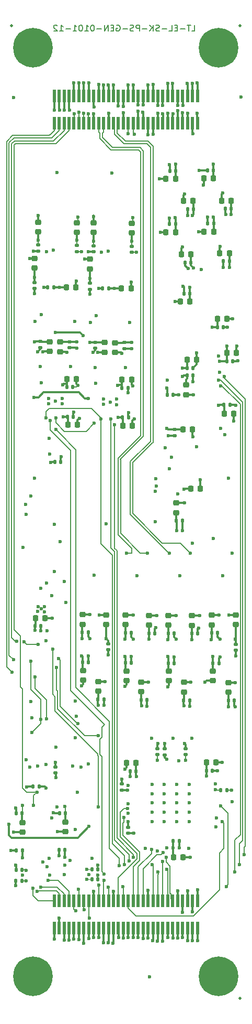
<source format=gbr>
%TF.GenerationSoftware,KiCad,Pcbnew,9.0.6-9.0.6~ubuntu22.04.1*%
%TF.CreationDate,2026-01-06T16:57:28-05:00*%
%TF.ProjectId,psc_daughter_brd,7073635f-6461-4756-9768-7465725f6272,rev?*%
%TF.SameCoordinates,Original*%
%TF.FileFunction,Copper,L10,Bot*%
%TF.FilePolarity,Positive*%
%FSLAX46Y46*%
G04 Gerber Fmt 4.6, Leading zero omitted, Abs format (unit mm)*
G04 Created by KiCad (PCBNEW 9.0.6-9.0.6~ubuntu22.04.1) date 2026-01-06 16:57:28*
%MOMM*%
%LPD*%
G01*
G04 APERTURE LIST*
G04 Aperture macros list*
%AMRoundRect*
0 Rectangle with rounded corners*
0 $1 Rounding radius*
0 $2 $3 $4 $5 $6 $7 $8 $9 X,Y pos of 4 corners*
0 Add a 4 corners polygon primitive as box body*
4,1,4,$2,$3,$4,$5,$6,$7,$8,$9,$2,$3,0*
0 Add four circle primitives for the rounded corners*
1,1,$1+$1,$2,$3*
1,1,$1+$1,$4,$5*
1,1,$1+$1,$6,$7*
1,1,$1+$1,$8,$9*
0 Add four rect primitives between the rounded corners*
20,1,$1+$1,$2,$3,$4,$5,0*
20,1,$1+$1,$4,$5,$6,$7,0*
20,1,$1+$1,$6,$7,$8,$9,0*
20,1,$1+$1,$8,$9,$2,$3,0*%
G04 Aperture macros list end*
%ADD10C,0.150000*%
%TA.AperFunction,NonConductor*%
%ADD11C,0.150000*%
%TD*%
%TA.AperFunction,SMDPad,CuDef*%
%ADD12C,0.500000*%
%TD*%
%TA.AperFunction,ComponentPad*%
%ADD13C,3.600000*%
%TD*%
%TA.AperFunction,ConnectorPad*%
%ADD14C,6.400000*%
%TD*%
%TA.AperFunction,SMDPad,CuDef*%
%ADD15RoundRect,0.140000X-0.140000X-0.170000X0.140000X-0.170000X0.140000X0.170000X-0.140000X0.170000X0*%
%TD*%
%TA.AperFunction,SMDPad,CuDef*%
%ADD16RoundRect,0.140000X0.140000X0.170000X-0.140000X0.170000X-0.140000X-0.170000X0.140000X-0.170000X0*%
%TD*%
%TA.AperFunction,SMDPad,CuDef*%
%ADD17RoundRect,0.225000X0.225000X0.250000X-0.225000X0.250000X-0.225000X-0.250000X0.225000X-0.250000X0*%
%TD*%
%TA.AperFunction,SMDPad,CuDef*%
%ADD18RoundRect,0.225000X0.250000X-0.225000X0.250000X0.225000X-0.250000X0.225000X-0.250000X-0.225000X0*%
%TD*%
%TA.AperFunction,SMDPad,CuDef*%
%ADD19RoundRect,0.140000X-0.170000X0.140000X-0.170000X-0.140000X0.170000X-0.140000X0.170000X0.140000X0*%
%TD*%
%TA.AperFunction,SMDPad,CuDef*%
%ADD20RoundRect,0.225000X-0.250000X0.225000X-0.250000X-0.225000X0.250000X-0.225000X0.250000X0.225000X0*%
%TD*%
%TA.AperFunction,SMDPad,CuDef*%
%ADD21RoundRect,0.140000X0.170000X-0.140000X0.170000X0.140000X-0.170000X0.140000X-0.170000X-0.140000X0*%
%TD*%
%TA.AperFunction,SMDPad,CuDef*%
%ADD22RoundRect,0.225000X-0.225000X-0.250000X0.225000X-0.250000X0.225000X0.250000X-0.225000X0.250000X0*%
%TD*%
%TA.AperFunction,SMDPad,CuDef*%
%ADD23R,0.500000X2.000000*%
%TD*%
%TA.AperFunction,ViaPad*%
%ADD24C,0.600000*%
%TD*%
%TA.AperFunction,Conductor*%
%ADD25C,0.300000*%
%TD*%
%TA.AperFunction,Conductor*%
%ADD26C,0.200000*%
%TD*%
%TA.AperFunction,Conductor*%
%ADD27C,0.150000*%
%TD*%
%TA.AperFunction,Conductor*%
%ADD28C,0.120000*%
%TD*%
G04 APERTURE END LIST*
D10*
D11*
X170687030Y-34369819D02*
X171163220Y-34369819D01*
X171163220Y-34369819D02*
X171163220Y-33369819D01*
X170496553Y-33369819D02*
X169925125Y-33369819D01*
X170210839Y-34369819D02*
X170210839Y-33369819D01*
X169591791Y-33988866D02*
X168829887Y-33988866D01*
X168353696Y-33846009D02*
X168020363Y-33846009D01*
X167877506Y-34369819D02*
X168353696Y-34369819D01*
X168353696Y-34369819D02*
X168353696Y-33369819D01*
X168353696Y-33369819D02*
X167877506Y-33369819D01*
X166972744Y-34369819D02*
X167448934Y-34369819D01*
X167448934Y-34369819D02*
X167448934Y-33369819D01*
X166639410Y-33988866D02*
X165877506Y-33988866D01*
X165448934Y-34322200D02*
X165306077Y-34369819D01*
X165306077Y-34369819D02*
X165067982Y-34369819D01*
X165067982Y-34369819D02*
X164972744Y-34322200D01*
X164972744Y-34322200D02*
X164925125Y-34274580D01*
X164925125Y-34274580D02*
X164877506Y-34179342D01*
X164877506Y-34179342D02*
X164877506Y-34084104D01*
X164877506Y-34084104D02*
X164925125Y-33988866D01*
X164925125Y-33988866D02*
X164972744Y-33941247D01*
X164972744Y-33941247D02*
X165067982Y-33893628D01*
X165067982Y-33893628D02*
X165258458Y-33846009D01*
X165258458Y-33846009D02*
X165353696Y-33798390D01*
X165353696Y-33798390D02*
X165401315Y-33750771D01*
X165401315Y-33750771D02*
X165448934Y-33655533D01*
X165448934Y-33655533D02*
X165448934Y-33560295D01*
X165448934Y-33560295D02*
X165401315Y-33465057D01*
X165401315Y-33465057D02*
X165353696Y-33417438D01*
X165353696Y-33417438D02*
X165258458Y-33369819D01*
X165258458Y-33369819D02*
X165020363Y-33369819D01*
X165020363Y-33369819D02*
X164877506Y-33417438D01*
X164448934Y-34369819D02*
X164448934Y-33369819D01*
X163877506Y-34369819D02*
X164306077Y-33798390D01*
X163877506Y-33369819D02*
X164448934Y-33941247D01*
X163448934Y-33988866D02*
X162687030Y-33988866D01*
X162210839Y-34369819D02*
X162210839Y-33369819D01*
X162210839Y-33369819D02*
X161829887Y-33369819D01*
X161829887Y-33369819D02*
X161734649Y-33417438D01*
X161734649Y-33417438D02*
X161687030Y-33465057D01*
X161687030Y-33465057D02*
X161639411Y-33560295D01*
X161639411Y-33560295D02*
X161639411Y-33703152D01*
X161639411Y-33703152D02*
X161687030Y-33798390D01*
X161687030Y-33798390D02*
X161734649Y-33846009D01*
X161734649Y-33846009D02*
X161829887Y-33893628D01*
X161829887Y-33893628D02*
X162210839Y-33893628D01*
X161258458Y-34322200D02*
X161115601Y-34369819D01*
X161115601Y-34369819D02*
X160877506Y-34369819D01*
X160877506Y-34369819D02*
X160782268Y-34322200D01*
X160782268Y-34322200D02*
X160734649Y-34274580D01*
X160734649Y-34274580D02*
X160687030Y-34179342D01*
X160687030Y-34179342D02*
X160687030Y-34084104D01*
X160687030Y-34084104D02*
X160734649Y-33988866D01*
X160734649Y-33988866D02*
X160782268Y-33941247D01*
X160782268Y-33941247D02*
X160877506Y-33893628D01*
X160877506Y-33893628D02*
X161067982Y-33846009D01*
X161067982Y-33846009D02*
X161163220Y-33798390D01*
X161163220Y-33798390D02*
X161210839Y-33750771D01*
X161210839Y-33750771D02*
X161258458Y-33655533D01*
X161258458Y-33655533D02*
X161258458Y-33560295D01*
X161258458Y-33560295D02*
X161210839Y-33465057D01*
X161210839Y-33465057D02*
X161163220Y-33417438D01*
X161163220Y-33417438D02*
X161067982Y-33369819D01*
X161067982Y-33369819D02*
X160829887Y-33369819D01*
X160829887Y-33369819D02*
X160687030Y-33417438D01*
X160258458Y-33988866D02*
X159496554Y-33988866D01*
X158496554Y-33417438D02*
X158591792Y-33369819D01*
X158591792Y-33369819D02*
X158734649Y-33369819D01*
X158734649Y-33369819D02*
X158877506Y-33417438D01*
X158877506Y-33417438D02*
X158972744Y-33512676D01*
X158972744Y-33512676D02*
X159020363Y-33607914D01*
X159020363Y-33607914D02*
X159067982Y-33798390D01*
X159067982Y-33798390D02*
X159067982Y-33941247D01*
X159067982Y-33941247D02*
X159020363Y-34131723D01*
X159020363Y-34131723D02*
X158972744Y-34226961D01*
X158972744Y-34226961D02*
X158877506Y-34322200D01*
X158877506Y-34322200D02*
X158734649Y-34369819D01*
X158734649Y-34369819D02*
X158639411Y-34369819D01*
X158639411Y-34369819D02*
X158496554Y-34322200D01*
X158496554Y-34322200D02*
X158448935Y-34274580D01*
X158448935Y-34274580D02*
X158448935Y-33941247D01*
X158448935Y-33941247D02*
X158639411Y-33941247D01*
X158020363Y-33846009D02*
X157687030Y-33846009D01*
X157544173Y-34369819D02*
X158020363Y-34369819D01*
X158020363Y-34369819D02*
X158020363Y-33369819D01*
X158020363Y-33369819D02*
X157544173Y-33369819D01*
X157115601Y-34369819D02*
X157115601Y-33369819D01*
X157115601Y-33369819D02*
X156544173Y-34369819D01*
X156544173Y-34369819D02*
X156544173Y-33369819D01*
X156067982Y-33988866D02*
X155306078Y-33988866D01*
X154639411Y-33369819D02*
X154544173Y-33369819D01*
X154544173Y-33369819D02*
X154448935Y-33417438D01*
X154448935Y-33417438D02*
X154401316Y-33465057D01*
X154401316Y-33465057D02*
X154353697Y-33560295D01*
X154353697Y-33560295D02*
X154306078Y-33750771D01*
X154306078Y-33750771D02*
X154306078Y-33988866D01*
X154306078Y-33988866D02*
X154353697Y-34179342D01*
X154353697Y-34179342D02*
X154401316Y-34274580D01*
X154401316Y-34274580D02*
X154448935Y-34322200D01*
X154448935Y-34322200D02*
X154544173Y-34369819D01*
X154544173Y-34369819D02*
X154639411Y-34369819D01*
X154639411Y-34369819D02*
X154734649Y-34322200D01*
X154734649Y-34322200D02*
X154782268Y-34274580D01*
X154782268Y-34274580D02*
X154829887Y-34179342D01*
X154829887Y-34179342D02*
X154877506Y-33988866D01*
X154877506Y-33988866D02*
X154877506Y-33750771D01*
X154877506Y-33750771D02*
X154829887Y-33560295D01*
X154829887Y-33560295D02*
X154782268Y-33465057D01*
X154782268Y-33465057D02*
X154734649Y-33417438D01*
X154734649Y-33417438D02*
X154639411Y-33369819D01*
X153353697Y-34369819D02*
X153925125Y-34369819D01*
X153639411Y-34369819D02*
X153639411Y-33369819D01*
X153639411Y-33369819D02*
X153734649Y-33512676D01*
X153734649Y-33512676D02*
X153829887Y-33607914D01*
X153829887Y-33607914D02*
X153925125Y-33655533D01*
X152734649Y-33369819D02*
X152639411Y-33369819D01*
X152639411Y-33369819D02*
X152544173Y-33417438D01*
X152544173Y-33417438D02*
X152496554Y-33465057D01*
X152496554Y-33465057D02*
X152448935Y-33560295D01*
X152448935Y-33560295D02*
X152401316Y-33750771D01*
X152401316Y-33750771D02*
X152401316Y-33988866D01*
X152401316Y-33988866D02*
X152448935Y-34179342D01*
X152448935Y-34179342D02*
X152496554Y-34274580D01*
X152496554Y-34274580D02*
X152544173Y-34322200D01*
X152544173Y-34322200D02*
X152639411Y-34369819D01*
X152639411Y-34369819D02*
X152734649Y-34369819D01*
X152734649Y-34369819D02*
X152829887Y-34322200D01*
X152829887Y-34322200D02*
X152877506Y-34274580D01*
X152877506Y-34274580D02*
X152925125Y-34179342D01*
X152925125Y-34179342D02*
X152972744Y-33988866D01*
X152972744Y-33988866D02*
X152972744Y-33750771D01*
X152972744Y-33750771D02*
X152925125Y-33560295D01*
X152925125Y-33560295D02*
X152877506Y-33465057D01*
X152877506Y-33465057D02*
X152829887Y-33417438D01*
X152829887Y-33417438D02*
X152734649Y-33369819D01*
X151448935Y-34369819D02*
X152020363Y-34369819D01*
X151734649Y-34369819D02*
X151734649Y-33369819D01*
X151734649Y-33369819D02*
X151829887Y-33512676D01*
X151829887Y-33512676D02*
X151925125Y-33607914D01*
X151925125Y-33607914D02*
X152020363Y-33655533D01*
X151020363Y-33988866D02*
X150258459Y-33988866D01*
X149258459Y-34369819D02*
X149829887Y-34369819D01*
X149544173Y-34369819D02*
X149544173Y-33369819D01*
X149544173Y-33369819D02*
X149639411Y-33512676D01*
X149639411Y-33512676D02*
X149734649Y-33607914D01*
X149734649Y-33607914D02*
X149829887Y-33655533D01*
X148877506Y-33465057D02*
X148829887Y-33417438D01*
X148829887Y-33417438D02*
X148734649Y-33369819D01*
X148734649Y-33369819D02*
X148496554Y-33369819D01*
X148496554Y-33369819D02*
X148401316Y-33417438D01*
X148401316Y-33417438D02*
X148353697Y-33465057D01*
X148353697Y-33465057D02*
X148306078Y-33560295D01*
X148306078Y-33560295D02*
X148306078Y-33655533D01*
X148306078Y-33655533D02*
X148353697Y-33798390D01*
X148353697Y-33798390D02*
X148925125Y-34369819D01*
X148925125Y-34369819D02*
X148306078Y-34369819D01*
D12*
%TO.P,REF\u002A\u002A,*%
%TO.N,*%
X141500000Y-33500000D03*
%TD*%
%TO.P,REF\u002A\u002A,*%
%TO.N,*%
X178500000Y-33500000D03*
%TD*%
%TO.P,,*%
%TO.N,*%
X178500000Y-190500000D03*
%TD*%
D13*
%TO.P,MT2,1,1*%
%TO.N,GND*%
X145000000Y-187000000D03*
D14*
X145000000Y-187000000D03*
%TD*%
D13*
%TO.P,MT4,1,1*%
%TO.N,GND*%
X175000000Y-37000000D03*
D14*
X175000000Y-37000000D03*
%TD*%
D13*
%TO.P,MT3,1,1*%
%TO.N,GND*%
X175000000Y-187000000D03*
D14*
X175000000Y-187000000D03*
%TD*%
D13*
%TO.P,MT1,1,1*%
%TO.N,GND*%
X145000000Y-37000000D03*
D14*
X145000000Y-37000000D03*
%TD*%
D15*
%TO.P,C87,1*%
%TO.N,+15V*%
X163765000Y-131608150D03*
%TO.P,C87,2*%
%TO.N,GND*%
X164725000Y-131608150D03*
%TD*%
%TO.P,C58,1*%
%TO.N,+5.0V*%
X175375000Y-156900000D03*
%TO.P,C58,2*%
%TO.N,GND*%
X176335000Y-156900000D03*
%TD*%
%TO.P,C146,1*%
%TO.N,+1.8V*%
X159462500Y-96762500D03*
%TO.P,C146,2*%
%TO.N,GND*%
X160422500Y-96762500D03*
%TD*%
D16*
%TO.P,C47,1*%
%TO.N,+15V*%
X168061500Y-56925000D03*
%TO.P,C47,2*%
%TO.N,GND*%
X167101500Y-56925000D03*
%TD*%
D15*
%TO.P,C76,1*%
%TO.N,-15V*%
X174105000Y-136415000D03*
%TO.P,C76,2*%
%TO.N,GND*%
X175065000Y-136415000D03*
%TD*%
D17*
%TO.P,C40,1*%
%TO.N,-15V*%
X177056500Y-61725000D03*
%TO.P,C40,2*%
%TO.N,GND*%
X175506500Y-61725000D03*
%TD*%
%TO.P,C23,1*%
%TO.N,+15V*%
X170356500Y-78025000D03*
%TO.P,C23,2*%
%TO.N,GND*%
X168806500Y-78025000D03*
%TD*%
D16*
%TO.P,C99,1*%
%TO.N,-15V*%
X161680000Y-153880000D03*
%TO.P,C99,2*%
%TO.N,GND*%
X160720000Y-153880000D03*
%TD*%
%TO.P,C37,1*%
%TO.N,+15V*%
X174241500Y-65425000D03*
%TO.P,C37,2*%
%TO.N,GND*%
X173281500Y-65425000D03*
%TD*%
D17*
%TO.P,C32,1*%
%TO.N,Net-(U12-BUF_INP)*%
X172056500Y-108225000D03*
%TO.P,C32,2*%
%TO.N,GND*%
X170506500Y-108225000D03*
%TD*%
D15*
%TO.P,C20,1*%
%TO.N,+15V*%
X169915000Y-88775000D03*
%TO.P,C20,2*%
%TO.N,GND*%
X170875000Y-88775000D03*
%TD*%
%TO.P,C67,1*%
%TO.N,+3.3V*%
X167690000Y-165150000D03*
%TO.P,C67,2*%
%TO.N,GND*%
X168650000Y-165150000D03*
%TD*%
D18*
%TO.P,C162,1*%
%TO.N,+15V*%
X152046500Y-66848300D03*
%TO.P,C162,2*%
%TO.N,GND*%
X152046500Y-65298300D03*
%TD*%
%TO.P,C7,1*%
%TO.N,+15V*%
X170680000Y-130300000D03*
%TO.P,C7,2*%
%TO.N,GND*%
X170680000Y-128750000D03*
%TD*%
D15*
%TO.P,C191,1*%
%TO.N,+5.0V*%
X154490000Y-169750000D03*
%TO.P,C191,2*%
%TO.N,GND*%
X155450000Y-169750000D03*
%TD*%
D19*
%TO.P,C97,1*%
%TO.N,+15V*%
X157125000Y-133315000D03*
%TO.P,C97,2*%
%TO.N,GND*%
X157125000Y-134275000D03*
%TD*%
%TO.P,C173,1*%
%TO.N,+5.3VA*%
X146146500Y-84468300D03*
%TO.P,C173,2*%
%TO.N,GND*%
X146146500Y-85428300D03*
%TD*%
%TO.P,C163,1*%
%TO.N,-15V*%
X145846500Y-68888300D03*
%TO.P,C163,2*%
%TO.N,GND*%
X145846500Y-69848300D03*
%TD*%
%TO.P,C13,1*%
%TO.N,-15V*%
X167925000Y-98690000D03*
%TO.P,C13,2*%
%TO.N,GND*%
X167925000Y-99650000D03*
%TD*%
D20*
%TO.P,C15,1*%
%TO.N,+3.3V*%
X169775000Y-91500000D03*
%TO.P,C15,2*%
%TO.N,GND*%
X169775000Y-93050000D03*
%TD*%
D15*
%TO.P,C86,1*%
%TO.N,-15V*%
X159915000Y-131558150D03*
%TO.P,C86,2*%
%TO.N,GND*%
X160875000Y-131558150D03*
%TD*%
%TO.P,C179,1*%
%TO.N,+2.5V*%
X150466500Y-91848300D03*
%TO.P,C179,2*%
%TO.N,GND*%
X151426500Y-91848300D03*
%TD*%
D18*
%TO.P,C89,1*%
%TO.N,-15V*%
X152980000Y-130133150D03*
%TO.P,C89,2*%
%TO.N,GND*%
X152980000Y-128583150D03*
%TD*%
D21*
%TO.P,C65,1*%
%TO.N,+5.0V*%
X159340000Y-156900000D03*
%TO.P,C65,2*%
%TO.N,GND*%
X159340000Y-155940000D03*
%TD*%
D18*
%TO.P,C3,1*%
%TO.N,+15V*%
X169415000Y-141065000D03*
%TO.P,C3,2*%
%TO.N,GND*%
X169415000Y-139515000D03*
%TD*%
D22*
%TO.P,C17,1*%
%TO.N,-15V*%
X176375000Y-86275000D03*
%TO.P,C17,2*%
%TO.N,GND*%
X177925000Y-86275000D03*
%TD*%
D18*
%TO.P,C126,1*%
%TO.N,-15V*%
X154162500Y-72737500D03*
%TO.P,C126,2*%
%TO.N,GND*%
X154162500Y-71187500D03*
%TD*%
%TO.P,C84,1*%
%TO.N,+15V*%
X163745000Y-130258150D03*
%TO.P,C84,2*%
%TO.N,GND*%
X163745000Y-128708150D03*
%TD*%
D17*
%TO.P,C43,1*%
%TO.N,+15V*%
X168056500Y-58225000D03*
%TO.P,C43,2*%
%TO.N,GND*%
X166506500Y-58225000D03*
%TD*%
D15*
%TO.P,C49,1*%
%TO.N,+15V*%
X168200000Y-113450000D03*
%TO.P,C49,2*%
%TO.N,GND*%
X169160000Y-113450000D03*
%TD*%
D21*
%TO.P,C55,1*%
%TO.N,+5.0V*%
X166320000Y-151230000D03*
%TO.P,C55,2*%
%TO.N,GND*%
X166320000Y-150270000D03*
%TD*%
D19*
%TO.P,C117,1*%
%TO.N,-15V*%
X154762500Y-69002500D03*
%TO.P,C117,2*%
%TO.N,GND*%
X154762500Y-69962500D03*
%TD*%
D15*
%TO.P,C102,1*%
%TO.N,+5.0V*%
X144990000Y-156370000D03*
%TO.P,C102,2*%
%TO.N,GND*%
X145950000Y-156370000D03*
%TD*%
D22*
%TO.P,C22,1*%
%TO.N,-15V*%
X174806500Y-80825000D03*
%TO.P,C22,2*%
%TO.N,GND*%
X176356500Y-80825000D03*
%TD*%
D15*
%TO.P,C91,1*%
%TO.N,-15V*%
X152950000Y-131483150D03*
%TO.P,C91,2*%
%TO.N,GND*%
X153910000Y-131483150D03*
%TD*%
D20*
%TO.P,C187,1*%
%TO.N,Net-(U39-VISO)*%
X143250000Y-162150000D03*
%TO.P,C187,2*%
%TO.N,GND*%
X143250000Y-163700000D03*
%TD*%
D21*
%TO.P,C184,1*%
%TO.N,+5.0V*%
X148600000Y-154160000D03*
%TO.P,C184,2*%
%TO.N,GND*%
X148600000Y-153200000D03*
%TD*%
D15*
%TO.P,C71,1*%
%TO.N,-15V*%
X173905000Y-131515000D03*
%TO.P,C71,2*%
%TO.N,GND*%
X174865000Y-131515000D03*
%TD*%
D16*
%TO.P,C190,1*%
%TO.N,+5.0V*%
X150160000Y-166578150D03*
%TO.P,C190,2*%
%TO.N,GND*%
X149200000Y-166578150D03*
%TD*%
D22*
%TO.P,C180,1*%
%TO.N,+1.8V*%
X150596500Y-97948300D03*
%TO.P,C180,2*%
%TO.N,GND*%
X152146500Y-97948300D03*
%TD*%
D17*
%TO.P,C30,1*%
%TO.N,-15V*%
X170556500Y-70425000D03*
%TO.P,C30,2*%
%TO.N,GND*%
X169006500Y-70425000D03*
%TD*%
D18*
%TO.P,C2,1*%
%TO.N,-15V*%
X166880000Y-130250000D03*
%TO.P,C2,2*%
%TO.N,GND*%
X166880000Y-128700000D03*
%TD*%
D19*
%TO.P,C72,1*%
%TO.N,+15V*%
X177800000Y-133375000D03*
%TO.P,C72,2*%
%TO.N,GND*%
X177800000Y-134335000D03*
%TD*%
D18*
%TO.P,C80,1*%
%TO.N,+15V*%
X162480000Y-141023150D03*
%TO.P,C80,2*%
%TO.N,GND*%
X162480000Y-139473150D03*
%TD*%
D15*
%TO.P,C4,1*%
%TO.N,-15V*%
X166885000Y-136415000D03*
%TO.P,C4,2*%
%TO.N,GND*%
X167845000Y-136415000D03*
%TD*%
D16*
%TO.P,C34,1*%
%TO.N,-15V*%
X176761500Y-71525000D03*
%TO.P,C34,2*%
%TO.N,GND*%
X175801500Y-71525000D03*
%TD*%
D15*
%TO.P,C164,1*%
%TO.N,+5.3VA*%
X148520000Y-103900000D03*
%TO.P,C164,2*%
%TO.N,GND*%
X149480000Y-103900000D03*
%TD*%
%TO.P,C16,1*%
%TO.N,+3.3V*%
X169925000Y-89975000D03*
%TO.P,C16,2*%
%TO.N,GND*%
X170885000Y-89975000D03*
%TD*%
D23*
%TO.P,J1,1,1*%
%TO.N,/Isolated Digital IO/din_iso_gnd*%
X148400000Y-44800000D03*
%TO.P,J1,2,2*%
%TO.N,/Isolated Digital IO/dout3_iso*%
X148400000Y-49200000D03*
%TO.P,J1,3,3*%
%TO.N,/Isolated Digital IO/din_iso_gnd*%
X149200000Y-44800000D03*
%TO.P,J1,4,4*%
%TO.N,/Isolated Digital IO/dout2_iso*%
X149200000Y-49200000D03*
%TO.P,J1,5,5*%
%TO.N,/Isolated Digital IO/din_iso_gnd*%
X150000000Y-44800000D03*
%TO.P,J1,6,6*%
%TO.N,/Isolated Digital IO/dout1_iso*%
X150000000Y-49200000D03*
%TO.P,J1,7,7*%
%TO.N,/Isolated Digital IO/din_iso_gnd*%
X150800000Y-44800000D03*
%TO.P,J1,8,8*%
%TO.N,/Isolated Digital IO/dout0_iso*%
X150800000Y-49200000D03*
%TO.P,J1,9,9*%
%TO.N,/Isolated Digital IO/dout_iso_gnd*%
X151600000Y-44800000D03*
%TO.P,J1,10,10*%
%TO.N,/Isolated Digital IO/din3_iso*%
X151600000Y-49200000D03*
%TO.P,J1,11,11*%
%TO.N,/Isolated Digital IO/dout_iso_gnd*%
X152400000Y-44800000D03*
%TO.P,J1,12,12*%
%TO.N,/Isolated Digital IO/din2_iso*%
X152400000Y-49200000D03*
%TO.P,J1,13,13*%
%TO.N,/Isolated Digital IO/dout_iso_gnd*%
X153200000Y-44800000D03*
%TO.P,J1,14,14*%
%TO.N,/Isolated Digital IO/din1_iso*%
X153200000Y-49200000D03*
%TO.P,J1,15,15*%
%TO.N,/Isolated Digital IO/dout_iso_gnd*%
X154000000Y-44800000D03*
%TO.P,J1,16,16*%
%TO.N,/Isolated Digital IO/din0_iso*%
X154000000Y-49200000D03*
%TO.P,J1,17,17*%
%TO.N,GND*%
X154800000Y-44800000D03*
%TO.P,J1,18,18*%
X154800000Y-49200000D03*
%TO.P,J1,19,19*%
X155600000Y-44800000D03*
%TO.P,J1,20,20*%
%TO.N,/Monitor ADCs/monitor_spare+*%
X155600000Y-49200000D03*
%TO.P,J1,21,21*%
%TO.N,GND*%
X156400000Y-44800000D03*
%TO.P,J1,22,22*%
%TO.N,/Monitor ADCs/monitor_spare-*%
X156400000Y-49200000D03*
%TO.P,J1,23,23*%
%TO.N,GND*%
X157200000Y-44800000D03*
%TO.P,J1,24,24*%
X157200000Y-49200000D03*
%TO.P,J1,25,25*%
X158000000Y-44800000D03*
%TO.P,J1,26,26*%
%TO.N,/Monitor ADCs/monitor_ignd+*%
X158000000Y-49200000D03*
%TO.P,J1,27,27*%
%TO.N,+15V*%
X158800000Y-44800000D03*
%TO.P,J1,28,28*%
%TO.N,/Monitor ADCs/monitor_ignd-*%
X158800000Y-49200000D03*
%TO.P,J1,29,29*%
%TO.N,+15V*%
X159600000Y-44800000D03*
%TO.P,J1,30,30*%
%TO.N,GND*%
X159600000Y-49200000D03*
%TO.P,J1,31,31*%
X160400000Y-44800000D03*
%TO.P,J1,32,32*%
%TO.N,/Monitor ADCs/monitor_vout+*%
X160400000Y-49200000D03*
%TO.P,J1,33,33*%
%TO.N,GND*%
X161200000Y-44800000D03*
%TO.P,J1,34,34*%
%TO.N,/Monitor ADCs/monitor_vout-*%
X161200000Y-49200000D03*
%TO.P,J1,35,35*%
%TO.N,-15V*%
X162000000Y-44800000D03*
%TO.P,J1,36,36*%
%TO.N,GND*%
X162000000Y-49200000D03*
%TO.P,J1,37,37*%
%TO.N,-15V*%
X162800000Y-44800000D03*
%TO.P,J1,38,38*%
%TO.N,GND*%
X162800000Y-49200000D03*
%TO.P,J1,39,39*%
X163600000Y-44800000D03*
%TO.P,J1,40,40*%
%TO.N,/DAC/dac_out+*%
X163600000Y-49200000D03*
%TO.P,J1,41,41*%
%TO.N,GND*%
X164400000Y-44800000D03*
%TO.P,J1,42,42*%
%TO.N,/DAC/dac_vout-*%
X164400000Y-49200000D03*
%TO.P,J1,43,43*%
%TO.N,+5.3VA*%
X165200000Y-44800000D03*
%TO.P,J1,44,44*%
%TO.N,GND*%
X165200000Y-49200000D03*
%TO.P,J1,45,45*%
%TO.N,+5.3VA*%
X166000000Y-44800000D03*
%TO.P,J1,46,46*%
%TO.N,GND*%
X166000000Y-49200000D03*
%TO.P,J1,47,47*%
X166800000Y-44800000D03*
%TO.P,J1,48,48*%
%TO.N,/DCCT ADCs/dcct0+*%
X166800000Y-49200000D03*
%TO.P,J1,49,49*%
%TO.N,GND*%
X167600000Y-44800000D03*
%TO.P,J1,50,50*%
%TO.N,/DCCT ADCs/dcct0-*%
X167600000Y-49200000D03*
%TO.P,J1,51,51*%
%TO.N,-5.3VA*%
X168400000Y-44800000D03*
%TO.P,J1,52,52*%
%TO.N,GND*%
X168400000Y-49200000D03*
%TO.P,J1,53,53*%
%TO.N,-5.3VA*%
X169200000Y-44800000D03*
%TO.P,J1,54,54*%
%TO.N,GND*%
X169200000Y-49200000D03*
%TO.P,J1,55,55*%
X170000000Y-44800000D03*
%TO.P,J1,56,56*%
%TO.N,/DCCT ADCs/dcct1+*%
X170000000Y-49200000D03*
%TO.P,J1,57,57*%
%TO.N,GND*%
X170800000Y-44800000D03*
%TO.P,J1,58,58*%
%TO.N,/DCCT ADCs/dcct1-*%
X170800000Y-49200000D03*
%TO.P,J1,59,59*%
%TO.N,GND*%
X171600000Y-44800000D03*
%TO.P,J1,60,60*%
X171600000Y-49200000D03*
%TD*%
D20*
%TO.P,C6,1*%
%TO.N,-15V*%
X167015000Y-137715000D03*
%TO.P,C6,2*%
%TO.N,GND*%
X167015000Y-139265000D03*
%TD*%
D15*
%TO.P,C9,1*%
%TO.N,-15V*%
X166850000Y-131600000D03*
%TO.P,C9,2*%
%TO.N,GND*%
X167810000Y-131600000D03*
%TD*%
D22*
%TO.P,C127,1*%
%TO.N,+15V*%
X159287500Y-75862500D03*
%TO.P,C127,2*%
%TO.N,GND*%
X160837500Y-75862500D03*
%TD*%
D17*
%TO.P,C28,1*%
%TO.N,-15V*%
X176756500Y-70225000D03*
%TO.P,C28,2*%
%TO.N,GND*%
X175206500Y-70225000D03*
%TD*%
D18*
%TO.P,C121,1*%
%TO.N,+15V*%
X160962500Y-66962500D03*
%TO.P,C121,2*%
%TO.N,GND*%
X160962500Y-65412500D03*
%TD*%
D19*
%TO.P,C128,1*%
%TO.N,-15V*%
X154162500Y-75082500D03*
%TO.P,C128,2*%
%TO.N,GND*%
X154162500Y-76042500D03*
%TD*%
D15*
%TO.P,C181,1*%
%TO.N,+1.8V*%
X150546500Y-96648300D03*
%TO.P,C181,2*%
%TO.N,GND*%
X151506500Y-96648300D03*
%TD*%
D22*
%TO.P,C106,1*%
%TO.N,+15V*%
X145345000Y-129140000D03*
%TO.P,C106,2*%
%TO.N,GND*%
X146895000Y-129140000D03*
%TD*%
D20*
%TO.P,C194,1*%
%TO.N,Net-(U42-VISO)*%
X150250000Y-162050000D03*
%TO.P,C194,2*%
%TO.N,GND*%
X150250000Y-163600000D03*
%TD*%
D16*
%TO.P,C104,1*%
%TO.N,+5.0V*%
X143250000Y-166700000D03*
%TO.P,C104,2*%
%TO.N,GND*%
X142290000Y-166700000D03*
%TD*%
D15*
%TO.P,C5,1*%
%TO.N,+15V*%
X170700000Y-131650000D03*
%TO.P,C5,2*%
%TO.N,GND*%
X171660000Y-131650000D03*
%TD*%
D18*
%TO.P,C90,1*%
%TO.N,+15V*%
X155515000Y-140948150D03*
%TO.P,C90,2*%
%TO.N,GND*%
X155515000Y-139398150D03*
%TD*%
%TO.P,C94,1*%
%TO.N,+15V*%
X156780000Y-130183150D03*
%TO.P,C94,2*%
%TO.N,GND*%
X156780000Y-128633150D03*
%TD*%
D15*
%TO.P,C82,1*%
%TO.N,+15V*%
X162450000Y-142373150D03*
%TO.P,C82,2*%
%TO.N,GND*%
X163410000Y-142373150D03*
%TD*%
D22*
%TO.P,C143,1*%
%TO.N,+2.5V*%
X159387500Y-90662500D03*
%TO.P,C143,2*%
%TO.N,GND*%
X160937500Y-90662500D03*
%TD*%
D20*
%TO.P,C73,1*%
%TO.N,-15V*%
X174085000Y-137715000D03*
%TO.P,C73,2*%
%TO.N,GND*%
X174085000Y-139265000D03*
%TD*%
D16*
%TO.P,C39,1*%
%TO.N,+15V*%
X168041500Y-65525000D03*
%TO.P,C39,2*%
%TO.N,GND*%
X167081500Y-65525000D03*
%TD*%
D17*
%TO.P,C42,1*%
%TO.N,+15V*%
X174156500Y-58125000D03*
%TO.P,C42,2*%
%TO.N,GND*%
X172606500Y-58125000D03*
%TD*%
%TO.P,C33,1*%
%TO.N,+15V*%
X168056500Y-66825000D03*
%TO.P,C33,2*%
%TO.N,GND*%
X166506500Y-66825000D03*
%TD*%
D15*
%TO.P,C64,1*%
%TO.N,+15V*%
X173045000Y-153825000D03*
%TO.P,C64,2*%
%TO.N,GND*%
X174005000Y-153825000D03*
%TD*%
D20*
%TO.P,C172,1*%
%TO.N,-5.3VA*%
X149346500Y-84573300D03*
%TO.P,C172,2*%
%TO.N,GND*%
X149346500Y-86123300D03*
%TD*%
D16*
%TO.P,C25,1*%
%TO.N,+15V*%
X170361500Y-76725000D03*
%TO.P,C25,2*%
%TO.N,GND*%
X169401500Y-76725000D03*
%TD*%
D19*
%TO.P,C139,1*%
%TO.N,-5.3VA*%
X159762500Y-84662500D03*
%TO.P,C139,2*%
%TO.N,GND*%
X159762500Y-85622500D03*
%TD*%
D22*
%TO.P,C11,1*%
%TO.N,-15V*%
X169275000Y-98650000D03*
%TO.P,C11,2*%
%TO.N,GND*%
X170825000Y-98650000D03*
%TD*%
D15*
%TO.P,C92,1*%
%TO.N,+15V*%
X155485000Y-142298150D03*
%TO.P,C92,2*%
%TO.N,GND*%
X156445000Y-142298150D03*
%TD*%
D18*
%TO.P,C70,1*%
%TO.N,+15V*%
X177785000Y-130165000D03*
%TO.P,C70,2*%
%TO.N,GND*%
X177785000Y-128615000D03*
%TD*%
D22*
%TO.P,C145,1*%
%TO.N,+1.8V*%
X159512500Y-98062500D03*
%TO.P,C145,2*%
%TO.N,GND*%
X161062500Y-98062500D03*
%TD*%
D15*
%TO.P,C144,1*%
%TO.N,+2.5V*%
X159382500Y-91962500D03*
%TO.P,C144,2*%
%TO.N,GND*%
X160342500Y-91962500D03*
%TD*%
D22*
%TO.P,C57,1*%
%TO.N,+15V*%
X173050000Y-152425000D03*
%TO.P,C57,2*%
%TO.N,GND*%
X174600000Y-152425000D03*
%TD*%
D15*
%TO.P,C189,1*%
%TO.N,+1V8*%
X154520000Y-171300000D03*
%TO.P,C189,2*%
%TO.N,GND*%
X155480000Y-171300000D03*
%TD*%
D20*
%TO.P,C137,1*%
%TO.N,-5.3VA*%
X158262500Y-84687500D03*
%TO.P,C137,2*%
%TO.N,GND*%
X158262500Y-86237500D03*
%TD*%
%TO.P,C136,1*%
%TO.N,+5.3VA*%
X156562500Y-84662500D03*
%TO.P,C136,2*%
%TO.N,GND*%
X156562500Y-86212500D03*
%TD*%
D22*
%TO.P,C18,1*%
%TO.N,+15V*%
X169900000Y-87425000D03*
%TO.P,C18,2*%
%TO.N,GND*%
X171450000Y-87425000D03*
%TD*%
D15*
%TO.P,C77,1*%
%TO.N,+15V*%
X176605000Y-142465000D03*
%TO.P,C77,2*%
%TO.N,GND*%
X177565000Y-142465000D03*
%TD*%
D21*
%TO.P,C53,1*%
%TO.N,+5.0V*%
X165100000Y-151210000D03*
%TO.P,C53,2*%
%TO.N,GND*%
X165100000Y-150250000D03*
%TD*%
D16*
%TO.P,C192,1*%
%TO.N,Net-(U42-VISO)*%
X150222500Y-160627750D03*
%TO.P,C192,2*%
%TO.N,GND*%
X149262500Y-160627750D03*
%TD*%
D20*
%TO.P,C93,1*%
%TO.N,-15V*%
X153115000Y-137598150D03*
%TO.P,C93,2*%
%TO.N,GND*%
X153115000Y-139148150D03*
%TD*%
D18*
%TO.P,C154,1*%
%TO.N,-15V*%
X145246500Y-72623300D03*
%TO.P,C154,2*%
%TO.N,GND*%
X145246500Y-71073300D03*
%TD*%
D16*
%TO.P,C183,1*%
%TO.N,+5.0V*%
X143180000Y-169800000D03*
%TO.P,C183,2*%
%TO.N,GND*%
X142220000Y-169800000D03*
%TD*%
D18*
%TO.P,C161,1*%
%TO.N,-15V*%
X145846500Y-66748300D03*
%TO.P,C161,2*%
%TO.N,GND*%
X145846500Y-65198300D03*
%TD*%
D19*
%TO.P,C158,1*%
%TO.N,+15V*%
X152046500Y-68988300D03*
%TO.P,C158,2*%
%TO.N,GND*%
X152046500Y-69948300D03*
%TD*%
D15*
%TO.P,C10,1*%
%TO.N,+15V*%
X169385000Y-142415000D03*
%TO.P,C10,2*%
%TO.N,GND*%
X170345000Y-142415000D03*
%TD*%
D16*
%TO.P,C185,1*%
%TO.N,Net-(U39-VISO)*%
X143186600Y-160621850D03*
%TO.P,C185,2*%
%TO.N,GND*%
X142226600Y-160621850D03*
%TD*%
D19*
%TO.P,C54,1*%
%TO.N,+5.0V*%
X160350000Y-162910000D03*
%TO.P,C54,2*%
%TO.N,GND*%
X160350000Y-163870000D03*
%TD*%
D17*
%TO.P,C31,1*%
%TO.N,+15V*%
X174231500Y-66725000D03*
%TO.P,C31,2*%
%TO.N,GND*%
X172681500Y-66725000D03*
%TD*%
D15*
%TO.P,C19,1*%
%TO.N,-15V*%
X176345000Y-87650000D03*
%TO.P,C19,2*%
%TO.N,GND*%
X177305000Y-87650000D03*
%TD*%
D16*
%TO.P,C165,1*%
%TO.N,+15V*%
X148306500Y-75748300D03*
%TO.P,C165,2*%
%TO.N,GND*%
X147346500Y-75748300D03*
%TD*%
D22*
%TO.P,C66,1*%
%TO.N,+3.3V*%
X167725000Y-167730000D03*
%TO.P,C66,2*%
%TO.N,GND*%
X169275000Y-167730000D03*
%TD*%
D16*
%TO.P,C46,1*%
%TO.N,+15V*%
X174161500Y-56825000D03*
%TO.P,C46,2*%
%TO.N,GND*%
X173201500Y-56825000D03*
%TD*%
%TO.P,C44,1*%
%TO.N,-15V*%
X177081500Y-63025000D03*
%TO.P,C44,2*%
%TO.N,GND*%
X176121500Y-63025000D03*
%TD*%
D20*
%TO.P,C171,1*%
%TO.N,+5.3VA*%
X147646500Y-84548300D03*
%TO.P,C171,2*%
%TO.N,GND*%
X147646500Y-86098300D03*
%TD*%
D22*
%TO.P,C156,1*%
%TO.N,+15V*%
X150371500Y-75748300D03*
%TO.P,C156,2*%
%TO.N,GND*%
X151921500Y-75748300D03*
%TD*%
D21*
%TO.P,C56,1*%
%TO.N,+5.0V*%
X169675000Y-151210000D03*
%TO.P,C56,2*%
%TO.N,GND*%
X169675000Y-150250000D03*
%TD*%
D19*
%TO.P,C174,1*%
%TO.N,-5.3VA*%
X150846500Y-84548300D03*
%TO.P,C174,2*%
%TO.N,GND*%
X150846500Y-85508300D03*
%TD*%
%TO.P,C123,1*%
%TO.N,+15V*%
X160962500Y-69102500D03*
%TO.P,C123,2*%
%TO.N,GND*%
X160962500Y-70062500D03*
%TD*%
D15*
%TO.P,C14,1*%
%TO.N,+15V*%
X175895000Y-94725000D03*
%TO.P,C14,2*%
%TO.N,GND*%
X176855000Y-94725000D03*
%TD*%
D16*
%TO.P,C182,1*%
%TO.N,+1.8V*%
X143150000Y-171534100D03*
%TO.P,C182,2*%
%TO.N,GND*%
X142190000Y-171534100D03*
%TD*%
D15*
%TO.P,C108,1*%
%TO.N,+15V*%
X145290000Y-130430000D03*
%TO.P,C108,2*%
%TO.N,GND*%
X146250000Y-130430000D03*
%TD*%
D17*
%TO.P,C98,1*%
%TO.N,-15V*%
X161650000Y-152525000D03*
%TO.P,C98,2*%
%TO.N,GND*%
X160100000Y-152525000D03*
%TD*%
D18*
%TO.P,C79,1*%
%TO.N,-15V*%
X159945000Y-130208150D03*
%TO.P,C79,2*%
%TO.N,GND*%
X159945000Y-128658150D03*
%TD*%
D16*
%TO.P,C130,1*%
%TO.N,+15V*%
X157222500Y-75862500D03*
%TO.P,C130,2*%
%TO.N,GND*%
X156262500Y-75862500D03*
%TD*%
D22*
%TO.P,C178,1*%
%TO.N,+2.5V*%
X150471500Y-90548300D03*
%TO.P,C178,2*%
%TO.N,GND*%
X152021500Y-90548300D03*
%TD*%
D20*
%TO.P,C83,1*%
%TO.N,-15V*%
X160080000Y-137673150D03*
%TO.P,C83,2*%
%TO.N,GND*%
X160080000Y-139223150D03*
%TD*%
D18*
%TO.P,C69,1*%
%TO.N,-15V*%
X173935000Y-130215000D03*
%TO.P,C69,2*%
%TO.N,GND*%
X173935000Y-128665000D03*
%TD*%
D23*
%TO.P,J2,1,1*%
%TO.N,/FPGA connector/dout0*%
X148400000Y-174800000D03*
%TO.P,J2,2,2*%
%TO.N,GND*%
X148400000Y-179200000D03*
%TO.P,J2,3,3*%
%TO.N,/FPGA connector/dout1*%
X149200000Y-174800000D03*
%TO.P,J2,4,4*%
%TO.N,GND*%
X149200000Y-179200000D03*
%TO.P,J2,5,5*%
%TO.N,/FPGA connector/dout2*%
X150000000Y-174800000D03*
%TO.P,J2,6,6*%
%TO.N,+1.8V*%
X150000000Y-179200000D03*
%TO.P,J2,7,7*%
%TO.N,/FPGA connector/dout3*%
X150800000Y-174800000D03*
%TO.P,J2,8,8*%
%TO.N,+1.8V*%
X150800000Y-179200000D03*
%TO.P,J2,9,9*%
%TO.N,/FPGA connector/din0*%
X151600000Y-174800000D03*
%TO.P,J2,10,10*%
%TO.N,+1.8V*%
X151600000Y-179200000D03*
%TO.P,J2,11,11*%
%TO.N,/FPGA connector/din1*%
X152400000Y-174800000D03*
%TO.P,J2,12,12*%
%TO.N,GND*%
X152400000Y-179200000D03*
%TO.P,J2,13,13*%
%TO.N,/FPGA connector/din2*%
X153200000Y-174800000D03*
%TO.P,J2,14,14*%
%TO.N,GND*%
X153200000Y-179200000D03*
%TO.P,J2,15,15*%
%TO.N,/FPGA connector/din3*%
X154000000Y-174800000D03*
%TO.P,J2,16,16*%
%TO.N,GND*%
X154000000Y-179200000D03*
%TO.P,J2,17,17*%
X154800000Y-174800000D03*
%TO.P,J2,18,18*%
X154800000Y-179200000D03*
%TO.P,J2,19,19*%
%TO.N,/DAC/sclk*%
X155600000Y-174800000D03*
%TO.P,J2,20,20*%
%TO.N,GND*%
X155600000Y-179200000D03*
%TO.P,J2,21,21*%
%TO.N,/DAC/sdin*%
X156400000Y-174800000D03*
%TO.P,J2,22,22*%
%TO.N,+3.3V*%
X156400000Y-179200000D03*
%TO.P,J2,23,23*%
%TO.N,/DAC/syncn*%
X157200000Y-174800000D03*
%TO.P,J2,24,24*%
%TO.N,+3.3V*%
X157200000Y-179200000D03*
%TO.P,J2,25,25*%
%TO.N,GND*%
X158000000Y-174800000D03*
%TO.P,J2,26,26*%
%TO.N,+3.3V*%
X158000000Y-179200000D03*
%TO.P,J2,27,27*%
%TO.N,/FPGA connector/mon_reset*%
X158800000Y-174800000D03*
%TO.P,J2,28,28*%
%TO.N,GND*%
X158800000Y-179200000D03*
%TO.P,J2,29,29*%
%TO.N,/FPGA connector/mon_convert*%
X159600000Y-174800000D03*
%TO.P,J2,30,30*%
%TO.N,GND*%
X159600000Y-179200000D03*
%TO.P,J2,31,31*%
%TO.N,/FPGA connector/mon_busy*%
X160400000Y-174800000D03*
%TO.P,J2,32,32*%
%TO.N,GND*%
X160400000Y-179200000D03*
%TO.P,J2,33,33*%
%TO.N,/FPGA connector/mon_fs*%
X161200000Y-174800000D03*
%TO.P,J2,34,34*%
%TO.N,GND*%
X161200000Y-179200000D03*
%TO.P,J2,35,35*%
%TO.N,/FPGA connector/mon_sdo*%
X162000000Y-174800000D03*
%TO.P,J2,36,36*%
%TO.N,GND*%
X162000000Y-179200000D03*
%TO.P,J2,37,37*%
%TO.N,/FPGA connector/mon_sclk*%
X162800000Y-174800000D03*
%TO.P,J2,38,38*%
%TO.N,GND*%
X162800000Y-179200000D03*
%TO.P,J2,39,39*%
X163600000Y-174800000D03*
%TO.P,J2,40,40*%
X163600000Y-179200000D03*
%TO.P,J2,41,41*%
%TO.N,/DCCT ADCs/dcct_cnv*%
X164400000Y-174800000D03*
%TO.P,J2,42,42*%
%TO.N,+5.0V*%
X164400000Y-179200000D03*
%TO.P,J2,43,43*%
%TO.N,/DCCT ADCs/dcct_busy*%
X165200000Y-174800000D03*
%TO.P,J2,44,44*%
%TO.N,+5.0V*%
X165200000Y-179200000D03*
%TO.P,J2,45,45*%
%TO.N,/DCCT ADCs/dcct_sck*%
X166000000Y-174800000D03*
%TO.P,J2,46,46*%
%TO.N,+5.0V*%
X166000000Y-179200000D03*
%TO.P,J2,47,47*%
%TO.N,/DCCT ADCs/dcct0_sdo*%
X166800000Y-174800000D03*
%TO.P,J2,48,48*%
%TO.N,GND*%
X166800000Y-179200000D03*
%TO.P,J2,49,49*%
%TO.N,/DCCT ADCs/dcct1_sdo*%
X167600000Y-174800000D03*
%TO.P,J2,50,50*%
%TO.N,GND*%
X167600000Y-179200000D03*
%TO.P,J2,51,51*%
X168400000Y-174800000D03*
%TO.P,J2,52,52*%
X168400000Y-179200000D03*
%TO.P,J2,53,53*%
X169200000Y-174800000D03*
%TO.P,J2,54,54*%
X169200000Y-179200000D03*
%TO.P,J2,55,55*%
X170000000Y-174800000D03*
%TO.P,J2,56,56*%
%TO.N,+2.5V*%
X170000000Y-179200000D03*
%TO.P,J2,57,57*%
%TO.N,GND*%
X170800000Y-174800000D03*
%TO.P,J2,58,58*%
%TO.N,+2.5V*%
X170800000Y-179200000D03*
%TO.P,J2,59,59*%
%TO.N,GND*%
X171600000Y-174800000D03*
%TO.P,J2,60,60*%
%TO.N,+2.5V*%
X171600000Y-179200000D03*
%TD*%
D19*
%TO.P,C138,1*%
%TO.N,+5.3VA*%
X155062500Y-84582500D03*
%TO.P,C138,2*%
%TO.N,GND*%
X155062500Y-85542500D03*
%TD*%
D22*
%TO.P,C12,1*%
%TO.N,+15V*%
X175925000Y-96125000D03*
%TO.P,C12,2*%
%TO.N,GND*%
X177475000Y-96125000D03*
%TD*%
D15*
%TO.P,C24,1*%
%TO.N,-15V*%
X174821500Y-82125000D03*
%TO.P,C24,2*%
%TO.N,GND*%
X175781500Y-82125000D03*
%TD*%
D16*
%TO.P,C45,1*%
%TO.N,-15V*%
X170981500Y-63125000D03*
%TO.P,C45,2*%
%TO.N,GND*%
X170021500Y-63125000D03*
%TD*%
D15*
%TO.P,C29,1*%
%TO.N,+1.8V*%
X166720000Y-93075000D03*
%TO.P,C29,2*%
%TO.N,GND*%
X167680000Y-93075000D03*
%TD*%
D17*
%TO.P,C41,1*%
%TO.N,-15V*%
X170856500Y-61725000D03*
%TO.P,C41,2*%
%TO.N,GND*%
X169306500Y-61725000D03*
%TD*%
D18*
%TO.P,C119,1*%
%TO.N,-15V*%
X154762500Y-66862500D03*
%TO.P,C119,2*%
%TO.N,GND*%
X154762500Y-65312500D03*
%TD*%
%TO.P,C74,1*%
%TO.N,+15V*%
X176585000Y-141115000D03*
%TO.P,C74,2*%
%TO.N,GND*%
X176585000Y-139565000D03*
%TD*%
D16*
%TO.P,C36,1*%
%TO.N,-15V*%
X170561500Y-71725000D03*
%TO.P,C36,2*%
%TO.N,GND*%
X169601500Y-71725000D03*
%TD*%
D15*
%TO.P,C81,1*%
%TO.N,-15V*%
X159950000Y-136373150D03*
%TO.P,C81,2*%
%TO.N,GND*%
X160910000Y-136373150D03*
%TD*%
%TO.P,C96,1*%
%TO.N,-15V*%
X152985000Y-136298150D03*
%TO.P,C96,2*%
%TO.N,GND*%
X153945000Y-136298150D03*
%TD*%
D19*
%TO.P,C152,1*%
%TO.N,-15V*%
X145246500Y-74968300D03*
%TO.P,C152,2*%
%TO.N,GND*%
X145246500Y-75928300D03*
%TD*%
D18*
%TO.P,C48,1*%
%TO.N,+15V*%
X168200000Y-112100000D03*
%TO.P,C48,2*%
%TO.N,GND*%
X168200000Y-110550000D03*
%TD*%
D24*
%TO.N,GND*%
X160962500Y-85662500D03*
X164250000Y-159000000D03*
X174675000Y-161375000D03*
X165175000Y-47625000D03*
X169981500Y-64125000D03*
X176481500Y-82125000D03*
X143800000Y-110800000D03*
X153970000Y-152730000D03*
X165581500Y-66825000D03*
X164881500Y-106625000D03*
X170250000Y-156000000D03*
X167650000Y-180800000D03*
X160910000Y-135343150D03*
X160750000Y-154725000D03*
X154662500Y-86262500D03*
X155062500Y-88662500D03*
X168250000Y-156000000D03*
X148621500Y-94100700D03*
X153945000Y-135268150D03*
X171450000Y-86325000D03*
X168130000Y-128700000D03*
X163600000Y-180800000D03*
X156062500Y-70062500D03*
X166725000Y-90750000D03*
X150000000Y-123200000D03*
X162800000Y-180850000D03*
X155600000Y-43000000D03*
X147050000Y-152750000D03*
X170480000Y-167730000D03*
X175275000Y-135400000D03*
X154800000Y-173250000D03*
X147500000Y-94500000D03*
X153362500Y-71162500D03*
X170360000Y-143420000D03*
X169175000Y-47575000D03*
X155450000Y-170650000D03*
X170800000Y-176600000D03*
X168600000Y-152150000D03*
X175180000Y-89450000D03*
X147080000Y-156580000D03*
X156400000Y-93800000D03*
X151950000Y-145000000D03*
X170250000Y-160500000D03*
X174510000Y-155880000D03*
X177950000Y-85225000D03*
X159340000Y-155120000D03*
X148400000Y-121600000D03*
X170150000Y-166300000D03*
X152846500Y-69948300D03*
X178125000Y-87625000D03*
X158500000Y-94700000D03*
X164981500Y-107825000D03*
X146350000Y-91100000D03*
X156400000Y-94600000D03*
X158850000Y-180750000D03*
X156450000Y-143230000D03*
X144800000Y-145250000D03*
X156400000Y-43075000D03*
X147146500Y-69948300D03*
X157762500Y-57300000D03*
X167845000Y-135385000D03*
X171781500Y-66725000D03*
X169500000Y-110550000D03*
X160642500Y-81362500D03*
X164250000Y-162000000D03*
X164750000Y-108625000D03*
X171550000Y-47600000D03*
X142200000Y-172300000D03*
X158500000Y-93800000D03*
X161362500Y-96962500D03*
X165160000Y-149370000D03*
X152865000Y-140098150D03*
X170775000Y-42775000D03*
X163410000Y-143410000D03*
X170250000Y-157500000D03*
X175375000Y-98525000D03*
X172581500Y-59225000D03*
X168380000Y-109100000D03*
X177825000Y-135225000D03*
X170850000Y-99850000D03*
X174150000Y-116250000D03*
X162000000Y-180700000D03*
X168250000Y-162000000D03*
X145775000Y-127275000D03*
X152246500Y-91548300D03*
X143300000Y-170650000D03*
X175681500Y-60525000D03*
X174825000Y-153825000D03*
X168250000Y-157500000D03*
X166925000Y-99650000D03*
X156665000Y-139398150D03*
X168670000Y-166210000D03*
X146200000Y-131200000D03*
X166800000Y-180750000D03*
X148600000Y-152400000D03*
X155662500Y-75862500D03*
X151562500Y-95862500D03*
X145846500Y-64148300D03*
X168575000Y-93075000D03*
X161175000Y-43050000D03*
X143375000Y-117700000D03*
X164400000Y-43000000D03*
X169400000Y-108300000D03*
X161975000Y-47325000D03*
X178700000Y-45000000D03*
X177185000Y-118665000D03*
X147280000Y-131170000D03*
X147675000Y-102650000D03*
X149500000Y-103100000D03*
X144446500Y-71048300D03*
X152462500Y-96862500D03*
X169500000Y-149390000D03*
X170675000Y-148535000D03*
X152046500Y-85548300D03*
X151046500Y-88548300D03*
X168250000Y-159000000D03*
X147650000Y-170650000D03*
X154162500Y-76862500D03*
X177825000Y-94750000D03*
X173281500Y-64425000D03*
X165075000Y-166750000D03*
X157175000Y-43050000D03*
X147575000Y-100125000D03*
X155242500Y-80262500D03*
X161162500Y-91662500D03*
X149200000Y-167550000D03*
X166000000Y-47725000D03*
X153150000Y-181650000D03*
X166250000Y-162000000D03*
X155462500Y-86262500D03*
X161162500Y-64462500D03*
X147500000Y-93700000D03*
X177125000Y-156900000D03*
X175625000Y-152425000D03*
X154050000Y-170550000D03*
X160862500Y-74862500D03*
X161811000Y-122293950D03*
X164150000Y-148525000D03*
X166250000Y-159000000D03*
X163175000Y-166350000D03*
X149700000Y-94500000D03*
X152246500Y-64348300D03*
X148400000Y-180950000D03*
X166775000Y-42775000D03*
X145326500Y-81248300D03*
X164250000Y-160500000D03*
X169481500Y-60625000D03*
X145746500Y-86148300D03*
X157162500Y-69862500D03*
X170565000Y-139515000D03*
X166650000Y-166200000D03*
X161195000Y-128658150D03*
X148250000Y-160600000D03*
X169181500Y-69225000D03*
X154775000Y-47725000D03*
X148110000Y-129190000D03*
X149350000Y-116775000D03*
X166250000Y-157500000D03*
X168400000Y-180800000D03*
X146825000Y-127275000D03*
X146280000Y-127670000D03*
X170250000Y-159000000D03*
X175056500Y-86850000D03*
X177500000Y-97325000D03*
X145750000Y-128075000D03*
X170250000Y-162000000D03*
X157130000Y-135080000D03*
X161195000Y-132508150D03*
X169281500Y-75525000D03*
X147175000Y-123500000D03*
X142200000Y-169000000D03*
X159600000Y-47550000D03*
X158000000Y-173250000D03*
X166765000Y-140215000D03*
X148950000Y-163600000D03*
X170000000Y-173150000D03*
X160400000Y-180750000D03*
X171650000Y-173000000D03*
X154762500Y-64262500D03*
X150446500Y-86248300D03*
X146146500Y-88548300D03*
X161300000Y-163880000D03*
X167575000Y-42800000D03*
X151726500Y-81248300D03*
X154500000Y-167900000D03*
X157500000Y-94300000D03*
X168130000Y-132550000D03*
X146746500Y-75748300D03*
X149200000Y-177600000D03*
X159600000Y-180800000D03*
X164845000Y-130708150D03*
X166320000Y-149390000D03*
X166250000Y-160500000D03*
X165045000Y-128708150D03*
X168425000Y-47175000D03*
X144650000Y-142650000D03*
X167081500Y-105025000D03*
X148246500Y-69748300D03*
X169975000Y-42775000D03*
X169200000Y-176650000D03*
X155675000Y-128625000D03*
X172850000Y-139500000D03*
X175235000Y-132565000D03*
X158000000Y-43075000D03*
X166381500Y-101625000D03*
X148846500Y-57200000D03*
X161762500Y-70062500D03*
X164250000Y-157500000D03*
X171575000Y-42725000D03*
X166250000Y-156000000D03*
X170950000Y-93050000D03*
X169150000Y-115000000D03*
X163630000Y-139473150D03*
X167381500Y-103125000D03*
X171881500Y-56825000D03*
X168746000Y-122335800D03*
X160375000Y-43050000D03*
X151850000Y-142550000D03*
X154846000Y-122218950D03*
X170081500Y-72725000D03*
X154825000Y-46600000D03*
X145046500Y-69848300D03*
X175685000Y-122290000D03*
X167081500Y-64525000D03*
X177685000Y-139565000D03*
X154230000Y-128583150D03*
X168400000Y-173150000D03*
X167081500Y-55925000D03*
X161200000Y-180700000D03*
X163600000Y-43025000D03*
X171780000Y-130750000D03*
X176181500Y-63925000D03*
X170885000Y-90935000D03*
X154000000Y-180850000D03*
X153962500Y-69962500D03*
X145200000Y-106575000D03*
X177250000Y-158800000D03*
X154242500Y-81362500D03*
X145246500Y-76748300D03*
X149700000Y-93700000D03*
X151946500Y-74748300D03*
X163800000Y-187100000D03*
X141800000Y-45100000D03*
X165481500Y-58225000D03*
X175135000Y-128665000D03*
X152400000Y-181050000D03*
X155150000Y-91225000D03*
X154800000Y-180700000D03*
X174620000Y-162880000D03*
X167981500Y-78025000D03*
X148410000Y-113960000D03*
X146250000Y-124300000D03*
X150300000Y-126600000D03*
X143850000Y-112425000D03*
X144650000Y-109400000D03*
X172181500Y-72825000D03*
X159962500Y-88662500D03*
X167650000Y-148535000D03*
X155450000Y-169050000D03*
X141400000Y-166700000D03*
X171980000Y-128750000D03*
X142200000Y-159800000D03*
X162775000Y-47475000D03*
X159830000Y-140173150D03*
X155600000Y-180750000D03*
X176665000Y-106585000D03*
X176675000Y-128650000D03*
X169200000Y-180700000D03*
X157200000Y-47650000D03*
X160370000Y-156150000D03*
X175281500Y-69125000D03*
X146800000Y-128100000D03*
X177281500Y-80825000D03*
X175781500Y-72525000D03*
X147550000Y-167900000D03*
X168250000Y-160500000D03*
X150050000Y-170550000D03*
X156800000Y-113900000D03*
X141850000Y-163700000D03*
X160362500Y-92762500D03*
X160462500Y-95962500D03*
X164250000Y-156000000D03*
X159900000Y-153525000D03*
X154230000Y-132433150D03*
X163600000Y-173100000D03*
X177685000Y-143465000D03*
X170800000Y-117050000D03*
X146546500Y-86148300D03*
X146326500Y-80148300D03*
X159362500Y-86362500D03*
%TO.N,-15V*%
X177081500Y-63925000D03*
X152930000Y-132483150D03*
X173981500Y-82125000D03*
X152865000Y-135248150D03*
X170781500Y-64125000D03*
X166830000Y-132600000D03*
X174100000Y-135350000D03*
X145246500Y-74148300D03*
X170981500Y-72625000D03*
X166650000Y-98525000D03*
X162800000Y-46275000D03*
X176781500Y-72525000D03*
X154162500Y-74262500D03*
X176375000Y-85200000D03*
X166765000Y-135365000D03*
X159895000Y-132558150D03*
X173835000Y-132615000D03*
X154762500Y-68262500D03*
X175175000Y-87700000D03*
X162000000Y-46300000D03*
X159830000Y-135323150D03*
X145846500Y-68148300D03*
X161725000Y-154725000D03*
%TO.N,+15V*%
X163795000Y-132558150D03*
X164781000Y-113594000D03*
X158162500Y-75862500D03*
X177750000Y-132525000D03*
X174161500Y-55845000D03*
X162530000Y-143273150D03*
X168031500Y-64475000D03*
X168061500Y-55845000D03*
X152046500Y-68148300D03*
X160962500Y-68262500D03*
X169465000Y-143315000D03*
X156830000Y-132483150D03*
X174181500Y-64425000D03*
X170730000Y-132600000D03*
X175000000Y-94750000D03*
X148000000Y-125550000D03*
X170381500Y-75725000D03*
X169200000Y-88750000D03*
X176635000Y-143465000D03*
X173050000Y-154675000D03*
X168250000Y-115050000D03*
X158800000Y-46400000D03*
X159625000Y-46512500D03*
X145300000Y-131125000D03*
X149246500Y-75748300D03*
X155565000Y-143198150D03*
X176000000Y-99500000D03*
%TO.N,+3.3V*%
X156350000Y-181600000D03*
X167675000Y-166275000D03*
X171500000Y-101500000D03*
X157950000Y-181650000D03*
X160370000Y-160680000D03*
X157150000Y-181550000D03*
X169175000Y-90125000D03*
X160342902Y-159128077D03*
%TO.N,+5.0V*%
X143250000Y-167850000D03*
X143936079Y-156399252D03*
X153700000Y-169750000D03*
X150150000Y-167800000D03*
X165950000Y-181350000D03*
X148650000Y-154900000D03*
X160360000Y-162000000D03*
X165150000Y-152100000D03*
X165150000Y-181300000D03*
X164350000Y-181250000D03*
X174520000Y-156880000D03*
X143900000Y-169850000D03*
X160290000Y-156930000D03*
X169650000Y-152075000D03*
X166650000Y-151970000D03*
%TO.N,+1V8*%
X153700000Y-171300000D03*
%TO.N,/DAC/syncn*%
X157175000Y-172625000D03*
X179200000Y-167375000D03*
X175960000Y-90100000D03*
%TO.N,/Isolated Digital IO/dout_iso_gnd*%
X148050000Y-161400000D03*
X152400000Y-42750000D03*
X154000000Y-42750000D03*
X151600000Y-42700000D03*
X153200000Y-42750000D03*
X148700000Y-150000000D03*
%TO.N,/Isolated Digital IO/dout0_iso*%
X145600000Y-157250000D03*
X145060000Y-159350000D03*
%TO.N,/Isolated Digital IO/dout1_iso*%
X148832600Y-159600000D03*
X142300000Y-132900000D03*
X143550000Y-132950000D03*
X145800000Y-133350000D03*
%TO.N,/Isolated Digital IO/dout2_iso*%
X141800000Y-135850000D03*
X144650000Y-136100000D03*
X146198200Y-145498200D03*
X144770000Y-147600000D03*
%TO.N,/Isolated Digital IO/dout3_iso*%
X147200000Y-145400000D03*
X141600000Y-137900000D03*
X145300000Y-138650000D03*
%TO.N,/Isolated Digital IO/din_iso_gnd*%
X143900000Y-152000000D03*
X150000000Y-47100000D03*
X148400000Y-47100000D03*
X150850000Y-47100000D03*
X141050000Y-162450000D03*
X154050000Y-162750000D03*
X149250000Y-47100000D03*
%TO.N,/Isolated Digital IO/din1_iso*%
X155561700Y-159650000D03*
X148175000Y-134150000D03*
X153175000Y-47650000D03*
%TO.N,/Isolated Digital IO/din0_iso*%
X153974528Y-47677570D03*
X152150000Y-157250000D03*
X147100000Y-132800000D03*
X151850000Y-163300000D03*
%TO.N,/Isolated Digital IO/din3_iso*%
X151627245Y-47729199D03*
X148750000Y-137075505D03*
X155550000Y-148150000D03*
%TO.N,/Isolated Digital IO/din2_iso*%
X152374220Y-47442784D03*
X151790000Y-148440000D03*
X152200000Y-146200000D03*
X149100000Y-135650000D03*
%TO.N,/DAC/sclk*%
X178400000Y-168925000D03*
X155600000Y-172275000D03*
X175056500Y-90750000D03*
%TO.N,/DAC/sdin*%
X177675000Y-170175000D03*
X175381500Y-91625000D03*
X156450000Y-171450000D03*
%TO.N,/FPGA connector/dout1*%
X145650000Y-173300000D03*
%TO.N,/FPGA connector/din3*%
X154100000Y-177600000D03*
%TO.N,/FPGA connector/dout3*%
X147400000Y-171500000D03*
%TO.N,/FPGA connector/mon_reset*%
X160275000Y-159875000D03*
%TO.N,/FPGA connector/din1*%
X152350000Y-172900000D03*
%TO.N,/FPGA connector/mon_fs*%
X159710000Y-161370000D03*
%TO.N,/FPGA connector/dout2*%
X146250000Y-172550000D03*
%TO.N,/FPGA connector/din0*%
X151875000Y-176425000D03*
%TO.N,/FPGA connector/mon_convert*%
X176275000Y-172475000D03*
X175375000Y-159475000D03*
X159525000Y-172475000D03*
%TO.N,/DCCT ADCs/dcct_sck*%
X160525000Y-168350000D03*
X165950000Y-168475000D03*
X148675000Y-96800000D03*
X157600000Y-96950000D03*
X154850000Y-97700000D03*
%TO.N,/FPGA connector/mon_sdo*%
X164175000Y-166475000D03*
%TO.N,/FPGA connector/din2*%
X153250000Y-176250000D03*
%TO.N,/DCCT ADCs/dcct_cnv*%
X159750000Y-168975000D03*
X164275000Y-168975000D03*
X155975000Y-96975000D03*
X147050000Y-96825000D03*
%TO.N,/FPGA connector/mon_busy*%
X175625000Y-162000000D03*
%TO.N,/FPGA connector/mon_sclk*%
X166075000Y-167000000D03*
%TO.N,/DCCT ADCs/dcct_busy*%
X156500000Y-170475000D03*
X165225000Y-170125000D03*
X147750000Y-97225000D03*
%TO.N,/FPGA connector/dout0*%
X144925001Y-172750000D03*
%TO.N,/Monitor ADCs/monitor_ignd+*%
X167045000Y-118675000D03*
%TO.N,/Monitor ADCs/monitor_ignd-*%
X170445000Y-118675000D03*
%TO.N,/DAC/dac_out+*%
X163600000Y-51075000D03*
%TO.N,/DAC/dac_vout-*%
X164400000Y-51050000D03*
%TO.N,/Monitor ADCs/monitor_spare+*%
X160110000Y-118633150D03*
%TO.N,/Monitor ADCs/monitor_spare-*%
X163510000Y-118633150D03*
%TO.N,/Monitor ADCs/monitor_vout+*%
X160400000Y-50950000D03*
%TO.N,/Monitor ADCs/monitor_vout-*%
X161350000Y-51025000D03*
%TO.N,Net-(U12-BUF_INP)*%
X172081500Y-106825000D03*
%TO.N,+5.3VA*%
X154162500Y-84662500D03*
X145246500Y-84548300D03*
X165225000Y-46325000D03*
X147800000Y-104000000D03*
X166000000Y-46350000D03*
%TO.N,-5.3VA*%
X169225000Y-46375000D03*
X160962500Y-84662500D03*
X152046500Y-84548300D03*
X168450000Y-46350000D03*
%TO.N,+2.5V*%
X158662502Y-91562502D03*
X170000000Y-181200000D03*
X170800000Y-181200000D03*
X171600000Y-181200000D03*
X149746502Y-91448302D03*
%TO.N,+1.8V*%
X158762500Y-96762500D03*
X143900000Y-171550000D03*
X150800000Y-181150000D03*
X150000000Y-181100000D03*
X166650000Y-92025000D03*
X151600000Y-181000000D03*
X149846500Y-96648300D03*
%TO.N,/DCCT ADCs/dcct1-*%
X170850000Y-50925000D03*
%TO.N,/DCCT ADCs/dcct1+*%
X170000000Y-47625000D03*
%TO.N,/DCCT ADCs/DCCT Channel 1/adc_vref*%
X145100000Y-93500000D03*
X153950000Y-93700000D03*
%TO.N,/DCCT ADCs/DCCT Channel 1/drv_vref*%
X153062500Y-83487500D03*
X148575000Y-83025000D03*
%TO.N,Net-(U39-VISO)*%
X143240000Y-159400000D03*
%TO.N,Net-(U42-VISO)*%
X150160000Y-159530000D03*
%TO.N,/DCCT ADCs/dcct0-*%
X167650000Y-47700000D03*
%TO.N,/DCCT ADCs/dcct0+*%
X166825000Y-47625000D03*
%TO.N,/DCCT ADCs/dcct1_sdo*%
X158200000Y-97900000D03*
X161250000Y-167775000D03*
X166510000Y-167775000D03*
%TO.N,/DCCT ADCs/dcct0_sdo*%
X166625000Y-169725000D03*
X148675000Y-98675000D03*
X158900000Y-169125000D03*
%TO.N,Net-(U38-B4Y)*%
X145750000Y-153050000D03*
X147250000Y-169300000D03*
%TO.N,Net-(U38-B3Y)*%
X146550000Y-168500000D03*
X144450000Y-153200000D03*
%TO.N,Net-(U41-A3)*%
X151400000Y-153050000D03*
X151000000Y-168300000D03*
%TO.N,Net-(U41-A4)*%
X150100000Y-169000000D03*
X152750000Y-153200000D03*
%TD*%
D25*
%TO.N,GND*%
X160937500Y-90662500D02*
X160937500Y-91437500D01*
X158262500Y-86237500D02*
X159237500Y-86237500D01*
X142226600Y-159826600D02*
X142200000Y-159800000D01*
X155512500Y-86212500D02*
X155462500Y-86262500D01*
D26*
X155450000Y-169750000D02*
X155450000Y-169050000D01*
D25*
X146596500Y-86098300D02*
X146546500Y-86148300D01*
X156262500Y-75862500D02*
X155662500Y-75862500D01*
X154800000Y-179200000D02*
X154800000Y-180700000D01*
X177800000Y-134335000D02*
X177800000Y-135200000D01*
X149480000Y-103900000D02*
X149480000Y-103120000D01*
X153115000Y-139848150D02*
X152865000Y-140098150D01*
X171475000Y-88175000D02*
X171450000Y-88150000D01*
X169400000Y-108300000D02*
X169475000Y-108225000D01*
X169160000Y-114990000D02*
X169150000Y-115000000D01*
X148250000Y-160600000D02*
X148277750Y-160627750D01*
X158850000Y-179200000D02*
X158850000Y-180750000D01*
X174600000Y-152425000D02*
X175625000Y-152425000D01*
X152146500Y-97178500D02*
X152462500Y-96862500D01*
X167081500Y-65525000D02*
X167081500Y-64525000D01*
X160400000Y-179200000D02*
X160400000Y-180750000D01*
X176855000Y-94725000D02*
X177800000Y-94725000D01*
X150846500Y-85508300D02*
X152006500Y-85508300D01*
X160837500Y-74887500D02*
X160862500Y-74862500D01*
X174865000Y-132195000D02*
X175235000Y-132565000D01*
X172606500Y-59200000D02*
X172581500Y-59225000D01*
X171575000Y-49475000D02*
X171575000Y-47625000D01*
X169160000Y-113450000D02*
X169160000Y-114990000D01*
X154800000Y-49600000D02*
X154800000Y-47750000D01*
X170680000Y-128750000D02*
X171980000Y-128750000D01*
X169200000Y-174800000D02*
X169200000Y-176650000D01*
X149262500Y-160627750D02*
X148277750Y-160627750D01*
X154800000Y-44800000D02*
X154800000Y-46575000D01*
X146870000Y-156370000D02*
X147080000Y-156580000D01*
X170825000Y-99825000D02*
X170850000Y-99850000D01*
X167650000Y-179250000D02*
X167650000Y-180800000D01*
X174865000Y-131515000D02*
X174865000Y-132195000D01*
X153115000Y-139148150D02*
X153115000Y-139848150D01*
X169775000Y-93050000D02*
X170950000Y-93050000D01*
X144471500Y-71073300D02*
X144446500Y-71048300D01*
X159625000Y-49425000D02*
X159625000Y-47575000D01*
X161200000Y-179150000D02*
X161200000Y-180700000D01*
X156562500Y-86212500D02*
X155512500Y-86212500D01*
X163745000Y-128708150D02*
X165045000Y-128708150D01*
X175206500Y-69200000D02*
X175281500Y-69125000D01*
X156445000Y-143128150D02*
X156445000Y-142298150D01*
X155683150Y-128633150D02*
X155675000Y-128625000D01*
X149346500Y-86123300D02*
X150321500Y-86123300D01*
X170825000Y-98650000D02*
X170825000Y-99825000D01*
X162800000Y-179300000D02*
X162800000Y-180850000D01*
X152146500Y-97948300D02*
X152146500Y-97178500D01*
X157225000Y-49525000D02*
X157225000Y-47675000D01*
X177785000Y-128615000D02*
X176710000Y-128615000D01*
X169601500Y-72245000D02*
X170081500Y-72725000D01*
X166800000Y-44850000D02*
X166800000Y-42800000D01*
X148600000Y-153200000D02*
X148600000Y-152400000D01*
X156425000Y-45150000D02*
X156425000Y-43100000D01*
X167015000Y-139265000D02*
X167015000Y-139965000D01*
X166880000Y-128700000D02*
X168130000Y-128700000D01*
X171450000Y-87425000D02*
X171450000Y-86325000D01*
X171600000Y-44800000D02*
X171600000Y-42750000D01*
X154762500Y-64262500D02*
X154762500Y-64162500D01*
X154762500Y-65312500D02*
X154762500Y-64262500D01*
X175506500Y-61725000D02*
X175506500Y-60700000D01*
D26*
X176335000Y-156900000D02*
X177125000Y-156900000D01*
D25*
X170885000Y-90935000D02*
X170900000Y-90950000D01*
X160937500Y-91437500D02*
X161162500Y-91662500D01*
X148400000Y-179200000D02*
X148400000Y-180950000D01*
X168400000Y-179250000D02*
X168400000Y-180800000D01*
X169306500Y-60800000D02*
X169481500Y-60625000D01*
X169275000Y-167730000D02*
X170480000Y-167730000D01*
X162000000Y-179150000D02*
X162000000Y-180700000D01*
X151921500Y-75748300D02*
X151921500Y-74773300D01*
X172606500Y-58125000D02*
X172606500Y-59200000D01*
X167680000Y-93075000D02*
X168575000Y-93075000D01*
X167925000Y-99650000D02*
X166925000Y-99650000D01*
X145846500Y-65198300D02*
X145846500Y-64148300D01*
X160350000Y-163870000D02*
X161290000Y-163870000D01*
X175801500Y-71525000D02*
X175801500Y-72505000D01*
X162000000Y-47350000D02*
X161975000Y-47325000D01*
X166800000Y-179200000D02*
X166800000Y-180750000D01*
X170360000Y-143420000D02*
X170360000Y-143260000D01*
X160080000Y-139923150D02*
X159830000Y-140173150D01*
X151506500Y-96648300D02*
X151506500Y-95918500D01*
X170360000Y-143260000D02*
X170345000Y-143245000D01*
X168200000Y-110550000D02*
X169500000Y-110550000D01*
X154800000Y-174900000D02*
X154800000Y-173250000D01*
X170021500Y-63125000D02*
X170021500Y-64085000D01*
X161200000Y-45125000D02*
X161200000Y-43075000D01*
X175781500Y-82125000D02*
X176481500Y-82125000D01*
X170885000Y-89975000D02*
X170885000Y-90935000D01*
X169415000Y-139515000D02*
X170565000Y-139515000D01*
X173085000Y-139265000D02*
X172850000Y-139500000D01*
X174005000Y-153825000D02*
X174825000Y-153825000D01*
X146235000Y-131165000D02*
X146200000Y-131200000D01*
X163600000Y-179250000D02*
X163600000Y-180800000D01*
X160910000Y-136373150D02*
X160910000Y-135343150D01*
X175065000Y-136415000D02*
X175065000Y-135610000D01*
X167845000Y-136415000D02*
X167845000Y-135385000D01*
X149200000Y-166578150D02*
X149200000Y-167550000D01*
X154162500Y-76042500D02*
X154162500Y-76862500D01*
X177475000Y-96125000D02*
X177475000Y-97300000D01*
X156450000Y-143133150D02*
X156445000Y-143128150D01*
X167015000Y-139965000D02*
X166765000Y-140215000D01*
X178100000Y-87650000D02*
X178125000Y-87625000D01*
X176585000Y-139565000D02*
X177685000Y-139565000D01*
X142220000Y-169800000D02*
X142220000Y-169020000D01*
X160100000Y-153325000D02*
X159900000Y-153525000D01*
X163600000Y-174750000D02*
X163600000Y-173100000D01*
D26*
X152246500Y-65298300D02*
X152246500Y-64348300D01*
D25*
X166506500Y-58225000D02*
X165481500Y-58225000D01*
X169200000Y-49450000D02*
X169200000Y-47600000D01*
X169401500Y-75745000D02*
X169381500Y-75725000D01*
X161290000Y-163870000D02*
X161300000Y-163880000D01*
X169306500Y-61725000D02*
X169306500Y-60800000D01*
X147646500Y-86098300D02*
X146596500Y-86098300D01*
X168400000Y-47200000D02*
X168425000Y-47175000D01*
X149200000Y-179200000D02*
X149200000Y-177600000D01*
X170000000Y-174800000D02*
X170000000Y-173150000D01*
X176121500Y-63025000D02*
X176121500Y-63865000D01*
X173201500Y-56825000D02*
X171881500Y-56825000D01*
X169401500Y-75645000D02*
X169281500Y-75525000D01*
X169981500Y-64125000D02*
X170021500Y-64085000D01*
X168650000Y-166190000D02*
X168670000Y-166210000D01*
X171600000Y-42750000D02*
X171575000Y-42725000D01*
X159600000Y-179250000D02*
X159600000Y-180800000D01*
X146146500Y-85428300D02*
X146146500Y-85748300D01*
X165200000Y-49500000D02*
X165200000Y-47650000D01*
X159237500Y-86237500D02*
X159362500Y-86362500D01*
X150250000Y-163600000D02*
X148950000Y-163600000D01*
X169675000Y-149565000D02*
X169500000Y-149390000D01*
X142220000Y-169020000D02*
X142200000Y-169000000D01*
X160962500Y-85662500D02*
X160922500Y-85622500D01*
X146235000Y-130275000D02*
X146235000Y-131165000D01*
X155625000Y-45075000D02*
X155625000Y-43025000D01*
X151921500Y-74773300D02*
X151946500Y-74748300D01*
X153910000Y-131483150D02*
X153910000Y-132113150D01*
X177565000Y-142465000D02*
X177565000Y-143345000D01*
X161046500Y-97278500D02*
X161362500Y-96962500D01*
X167810000Y-132230000D02*
X168130000Y-132550000D01*
X160720000Y-154695000D02*
X160750000Y-154725000D01*
X160400000Y-45125000D02*
X160400000Y-43075000D01*
X146146500Y-85748300D02*
X145746500Y-86148300D01*
X168650000Y-165150000D02*
X168650000Y-166190000D01*
X177925000Y-85250000D02*
X177950000Y-85225000D01*
X165100000Y-149430000D02*
X165160000Y-149370000D01*
X145246500Y-75928300D02*
X145246500Y-76748300D01*
D26*
X152046500Y-69948300D02*
X152846500Y-69948300D01*
D25*
X160362500Y-92762500D02*
X160342500Y-92742500D01*
X142290000Y-166700000D02*
X141400000Y-166700000D01*
X176121500Y-63865000D02*
X176181500Y-63925000D01*
X156780000Y-128633150D02*
X155683150Y-128633150D01*
X146945000Y-129190000D02*
X146895000Y-129140000D01*
X164725000Y-130828150D02*
X164845000Y-130708150D01*
X154762500Y-69962500D02*
X153962500Y-69962500D01*
X160100000Y-152525000D02*
X160100000Y-153325000D01*
X160406500Y-96748300D02*
X160406500Y-96018500D01*
D26*
X155480000Y-170680000D02*
X155450000Y-170650000D01*
D25*
X167101500Y-55945000D02*
X167081500Y-55925000D01*
X167810000Y-131600000D02*
X167810000Y-132230000D01*
X175206500Y-70225000D02*
X175206500Y-69200000D01*
X162480000Y-139473150D02*
X163630000Y-139473150D01*
X170000000Y-44850000D02*
X170000000Y-42800000D01*
X172681500Y-66725000D02*
X171781500Y-66725000D01*
X167101500Y-56925000D02*
X167101500Y-55945000D01*
X160837500Y-75862500D02*
X160837500Y-74887500D01*
D26*
X151946500Y-91848300D02*
X152246500Y-91548300D01*
D25*
X173935000Y-128665000D02*
X175135000Y-128665000D01*
X159340000Y-155940000D02*
X159340000Y-155120000D01*
X171660000Y-130870000D02*
X171780000Y-130750000D01*
X169401500Y-76725000D02*
X169401500Y-75745000D01*
X155600000Y-179200000D02*
X155600000Y-180750000D01*
X169200000Y-179150000D02*
X169200000Y-180700000D01*
D26*
X151426500Y-91848300D02*
X151946500Y-91848300D01*
D25*
X152400000Y-179200000D02*
X152400000Y-181050000D01*
X143250000Y-163700000D02*
X141850000Y-163700000D01*
X155062500Y-85542500D02*
X155062500Y-85862500D01*
X164725000Y-131608150D02*
X164725000Y-130828150D01*
X142190000Y-172290000D02*
X142200000Y-172300000D01*
X177565000Y-143345000D02*
X177685000Y-143465000D01*
X145846500Y-64148300D02*
X145846500Y-64048300D01*
X168400000Y-174800000D02*
X168400000Y-173150000D01*
X154800000Y-46575000D02*
X154825000Y-46600000D01*
X160080000Y-139223150D02*
X160080000Y-139923150D01*
X157130000Y-135080000D02*
X157125000Y-135075000D01*
X158025000Y-45150000D02*
X158025000Y-43100000D01*
X176710000Y-128615000D02*
X176675000Y-128650000D01*
X170875000Y-88775000D02*
X171475000Y-88175000D01*
X152021500Y-90548300D02*
X152021500Y-91323300D01*
X171660000Y-131650000D02*
X171660000Y-130870000D01*
X153945000Y-135268150D02*
X153965000Y-135248150D01*
D26*
X161162500Y-65412500D02*
X161162500Y-64462500D01*
D25*
X152021500Y-91323300D02*
X152246500Y-91548300D01*
X175065000Y-135610000D02*
X175275000Y-135400000D01*
X160910000Y-135343150D02*
X160930000Y-135323150D01*
X153945000Y-136298150D02*
X153945000Y-135268150D01*
X152980000Y-128583150D02*
X154230000Y-128583150D01*
X171450000Y-88150000D02*
X171450000Y-87425000D01*
X175801500Y-72505000D02*
X175781500Y-72525000D01*
X177305000Y-87650000D02*
X178100000Y-87650000D01*
X169675000Y-150250000D02*
X169675000Y-149565000D01*
X170506500Y-108225000D02*
X169475000Y-108225000D01*
X145246500Y-71073300D02*
X144471500Y-71073300D01*
X175506500Y-60700000D02*
X175681500Y-60525000D01*
X150321500Y-86123300D02*
X150446500Y-86248300D01*
X168400000Y-49200000D02*
X168400000Y-47200000D01*
D26*
X177125000Y-156900000D02*
X177175000Y-156900000D01*
D25*
X157125000Y-134275000D02*
X157125000Y-135075000D01*
X163625000Y-45100000D02*
X163625000Y-43050000D01*
D26*
X160962500Y-70062500D02*
X161762500Y-70062500D01*
D25*
X141850000Y-163700000D02*
X141800000Y-163650000D01*
X167845000Y-135385000D02*
X167865000Y-135365000D01*
X160875000Y-131558150D02*
X160875000Y-132188150D01*
X160342500Y-91962500D02*
X160342500Y-92742500D01*
X154000000Y-179200000D02*
X154000000Y-180850000D01*
X165100000Y-150250000D02*
X165100000Y-149430000D01*
X159945000Y-128658150D02*
X161195000Y-128658150D01*
X152046500Y-85548300D02*
X152006500Y-85508300D01*
X142190000Y-171534100D02*
X142190000Y-172290000D01*
D26*
X155480000Y-171300000D02*
X155480000Y-170680000D01*
D25*
X170800000Y-44850000D02*
X170800000Y-42800000D01*
X157200000Y-45125000D02*
X157200000Y-43075000D01*
X177925000Y-86275000D02*
X177925000Y-85250000D01*
X153200000Y-181600000D02*
X153150000Y-181650000D01*
X154162500Y-71187500D02*
X153387500Y-71187500D01*
X148110000Y-129190000D02*
X146945000Y-129190000D01*
X170345000Y-143245000D02*
X170345000Y-142415000D01*
X164425000Y-45075000D02*
X164425000Y-43025000D01*
X166025000Y-49600000D02*
X166025000Y-47750000D01*
X169401500Y-75745000D02*
X169401500Y-75645000D01*
X163410000Y-143410000D02*
X163410000Y-142373150D01*
X161046500Y-98048300D02*
X161046500Y-97278500D01*
X162000000Y-49200000D02*
X162000000Y-47350000D01*
X149500000Y-103100000D02*
X149480000Y-103120000D01*
X176356500Y-80825000D02*
X177281500Y-80825000D01*
X168806500Y-78025000D02*
X167981500Y-78025000D01*
X155062500Y-85862500D02*
X154662500Y-86262500D01*
X177800000Y-94725000D02*
X177825000Y-94750000D01*
X169601500Y-71725000D02*
X169601500Y-72245000D01*
X159762500Y-85622500D02*
X160922500Y-85622500D01*
X145950000Y-156370000D02*
X146870000Y-156370000D01*
X158000000Y-174900000D02*
X158000000Y-173250000D01*
X177800000Y-135200000D02*
X177825000Y-135225000D01*
X169006500Y-70425000D02*
X169006500Y-69400000D01*
X169006500Y-69400000D02*
X169181500Y-69225000D01*
X155515000Y-139398150D02*
X156665000Y-139398150D01*
X162800000Y-49350000D02*
X162800000Y-47500000D01*
X173281500Y-65425000D02*
X173281500Y-64425000D01*
X142226600Y-160621850D02*
X142226600Y-159826600D01*
X171600000Y-173050000D02*
X171650000Y-173000000D01*
X160875000Y-132188150D02*
X161195000Y-132508150D01*
X170800000Y-174800000D02*
X170800000Y-176600000D01*
X153200000Y-179200000D02*
X153200000Y-181600000D01*
X167600000Y-44875000D02*
X167600000Y-42825000D01*
X151506500Y-95918500D02*
X151562500Y-95862500D01*
X177475000Y-97300000D02*
X177500000Y-97325000D01*
X160720000Y-153880000D02*
X160720000Y-154695000D01*
X171600000Y-174800000D02*
X171600000Y-173050000D01*
X174085000Y-139265000D02*
X173085000Y-139265000D01*
X147346500Y-75748300D02*
X146746500Y-75748300D01*
X166506500Y-66825000D02*
X165581500Y-66825000D01*
X153910000Y-132113150D02*
X154230000Y-132433150D01*
X168425000Y-49450000D02*
X168425000Y-47600000D01*
X145846500Y-69848300D02*
X145046500Y-69848300D01*
X166320000Y-150270000D02*
X166320000Y-149390000D01*
X156450000Y-143230000D02*
X156450000Y-143133150D01*
D26*
%TO.N,-15V*%
X145846500Y-68888300D02*
X145846500Y-68148300D01*
D25*
X162000000Y-44700000D02*
X162000000Y-46300000D01*
X176345000Y-87650000D02*
X175225000Y-87650000D01*
X170556500Y-70425000D02*
X170556500Y-71720000D01*
X166815000Y-98690000D02*
X166650000Y-98525000D01*
X176375000Y-86275000D02*
X176375000Y-85200000D01*
X177081500Y-61750000D02*
X177056500Y-61725000D01*
X159915000Y-131558150D02*
X159915000Y-132538150D01*
X176756500Y-71520000D02*
X176761500Y-71525000D01*
X175225000Y-87650000D02*
X175175000Y-87700000D01*
X170561500Y-72205000D02*
X170981500Y-72625000D01*
X166850000Y-130280000D02*
X166880000Y-130250000D01*
X166885000Y-136415000D02*
X166885000Y-137585000D01*
X159950000Y-136373150D02*
X159950000Y-137543150D01*
X176345000Y-86305000D02*
X176375000Y-86275000D01*
X152985000Y-136298150D02*
X152985000Y-135368150D01*
X174806500Y-80825000D02*
X174806500Y-82110000D01*
X169235000Y-98690000D02*
X169275000Y-98650000D01*
X161650000Y-152525000D02*
X161650000Y-153850000D01*
X170856500Y-61725000D02*
X170856500Y-61900000D01*
X166850000Y-131600000D02*
X166850000Y-130280000D01*
X161680000Y-154680000D02*
X161725000Y-154725000D01*
X145846500Y-66748300D02*
X145846500Y-68148300D01*
X176781500Y-72525000D02*
X176781500Y-71545000D01*
X159915000Y-130238150D02*
X159945000Y-130208150D01*
X174806500Y-82110000D02*
X174821500Y-82125000D01*
X176781500Y-71545000D02*
X176761500Y-71525000D01*
X176345000Y-87650000D02*
X176345000Y-86305000D01*
X170981500Y-63125000D02*
X170981500Y-63925000D01*
X154162500Y-72737500D02*
X154162500Y-74262500D01*
X159950000Y-136373150D02*
X159950000Y-135443150D01*
X145246500Y-74968300D02*
X145246500Y-74148300D01*
X176756500Y-70225000D02*
X176756500Y-71520000D01*
X170556500Y-71720000D02*
X170561500Y-71725000D01*
X170981500Y-62025000D02*
X170981500Y-63125000D01*
X154162500Y-75082500D02*
X154162500Y-74262500D01*
X152950000Y-131483150D02*
X152950000Y-130163150D01*
X166850000Y-131600000D02*
X166850000Y-132580000D01*
X152950000Y-132463150D02*
X152930000Y-132483150D01*
X166885000Y-137585000D02*
X167015000Y-137715000D01*
X145246500Y-72623300D02*
X145246500Y-74148300D01*
X167925000Y-98690000D02*
X169235000Y-98690000D01*
X162800000Y-44675000D02*
X162800000Y-46275000D01*
X177081500Y-63025000D02*
X177081500Y-61750000D01*
X166850000Y-132580000D02*
X166830000Y-132600000D01*
X174105000Y-137695000D02*
X174085000Y-137715000D01*
X174105000Y-136415000D02*
X174105000Y-135355000D01*
X173905000Y-131515000D02*
X173905000Y-132545000D01*
X161680000Y-153880000D02*
X161680000Y-154680000D01*
X152985000Y-136298150D02*
X152985000Y-137468150D01*
X159950000Y-137543150D02*
X160080000Y-137673150D01*
X152950000Y-130163150D02*
X152980000Y-130133150D01*
X152985000Y-137468150D02*
X153115000Y-137598150D01*
X159915000Y-131558150D02*
X159915000Y-130238150D01*
X154762500Y-66862500D02*
X154762500Y-68262500D01*
X161650000Y-153850000D02*
X161680000Y-153880000D01*
X170856500Y-61900000D02*
X170981500Y-62025000D01*
X173905000Y-132545000D02*
X173835000Y-132615000D01*
X177081500Y-63025000D02*
X177081500Y-63925000D01*
D26*
X154762500Y-69002500D02*
X154762500Y-68262500D01*
D25*
X174105000Y-136415000D02*
X174105000Y-137695000D01*
X173935000Y-130215000D02*
X173935000Y-131485000D01*
X167925000Y-98690000D02*
X166815000Y-98690000D01*
X173935000Y-131485000D02*
X173905000Y-131515000D01*
X159915000Y-132538150D02*
X159895000Y-132558150D01*
X170981500Y-63925000D02*
X170781500Y-64125000D01*
X152950000Y-131483150D02*
X152950000Y-132463150D01*
X166885000Y-136415000D02*
X166885000Y-135485000D01*
X170561500Y-71725000D02*
X170561500Y-72205000D01*
X174100000Y-135350000D02*
X174105000Y-135355000D01*
X174821500Y-82125000D02*
X173981500Y-82125000D01*
%TO.N,+15V*%
X168200000Y-113450000D02*
X168200000Y-112100000D01*
X174231500Y-66725000D02*
X174231500Y-65435000D01*
X163765000Y-131608150D02*
X163765000Y-130278150D01*
X176605000Y-142465000D02*
X176605000Y-143435000D01*
X176605000Y-143435000D02*
X176635000Y-143465000D01*
X160962500Y-66962500D02*
X160962500Y-68262500D01*
X174241500Y-64485000D02*
X174181500Y-64425000D01*
X170361500Y-76725000D02*
X170361500Y-78020000D01*
X169915000Y-88775000D02*
X169915000Y-87440000D01*
X173050000Y-152425000D02*
X173050000Y-153820000D01*
X169415000Y-142385000D02*
X169385000Y-142415000D01*
X169385000Y-143235000D02*
X169465000Y-143315000D01*
X155515000Y-140948150D02*
X155515000Y-142268150D01*
X145350000Y-130200000D02*
X145275000Y-130275000D01*
X155485000Y-142298150D02*
X155485000Y-143118150D01*
X168250000Y-115050000D02*
X168250000Y-113500000D01*
X170700000Y-130320000D02*
X170680000Y-130300000D01*
X152046500Y-66848300D02*
X152046500Y-68148300D01*
X174241500Y-65425000D02*
X174241500Y-64485000D01*
X169415000Y-141065000D02*
X169415000Y-142385000D01*
X174161500Y-56825000D02*
X174161500Y-55845000D01*
X177800000Y-130180000D02*
X177785000Y-130165000D01*
X170700000Y-131650000D02*
X170700000Y-132570000D01*
X168031500Y-64475000D02*
X167981500Y-64425000D01*
X173050000Y-153820000D02*
X173045000Y-153825000D01*
X173045000Y-153825000D02*
X173045000Y-154670000D01*
X174156500Y-56830000D02*
X174161500Y-56825000D01*
X175925000Y-94755000D02*
X175895000Y-94725000D01*
X159287500Y-75862500D02*
X158162500Y-75862500D01*
D26*
X152046500Y-68988300D02*
X152046500Y-68148300D01*
D25*
X162480000Y-141023150D02*
X162480000Y-142343150D01*
X176605000Y-142465000D02*
X176605000Y-141135000D01*
X162480000Y-142343150D02*
X162450000Y-142373150D01*
X157125000Y-132775000D02*
X157125000Y-133315000D01*
X156800000Y-130203150D02*
X156780000Y-130183150D01*
X175925000Y-96125000D02*
X175925000Y-94755000D01*
X168250000Y-113500000D02*
X168200000Y-113450000D01*
X145350000Y-128950000D02*
X145350000Y-130200000D01*
X168056500Y-56930000D02*
X168061500Y-56925000D01*
X145275000Y-130275000D02*
X145275000Y-131100000D01*
X163795000Y-132558150D02*
X163765000Y-132528150D01*
X162450000Y-142373150D02*
X162450000Y-143193150D01*
X176605000Y-141135000D02*
X176585000Y-141115000D01*
X168041500Y-64485000D02*
X168031500Y-64475000D01*
X170361500Y-76725000D02*
X170361500Y-75745000D01*
X170361500Y-78020000D02*
X170356500Y-78025000D01*
X168056500Y-65540000D02*
X168041500Y-65525000D01*
X148306500Y-75748300D02*
X149246500Y-75748300D01*
X156833150Y-132483150D02*
X157125000Y-132775000D01*
X177800000Y-133375000D02*
X177800000Y-132575000D01*
X173045000Y-154670000D02*
X173050000Y-154675000D01*
X156800000Y-132453150D02*
X156800000Y-130203150D01*
X168056500Y-66825000D02*
X168056500Y-65540000D01*
X163765000Y-131608150D02*
X163765000Y-132528150D01*
X174231500Y-65435000D02*
X174241500Y-65425000D01*
X145275000Y-131100000D02*
X145300000Y-131125000D01*
X168041500Y-65525000D02*
X168041500Y-64485000D01*
X170361500Y-75745000D02*
X170381500Y-75725000D01*
X175895000Y-94725000D02*
X175025000Y-94725000D01*
X169915000Y-87440000D02*
X169900000Y-87425000D01*
X175025000Y-94725000D02*
X175000000Y-94750000D01*
X155515000Y-142268150D02*
X155485000Y-142298150D01*
X168056500Y-58225000D02*
X168056500Y-56930000D01*
X170700000Y-131650000D02*
X170700000Y-130320000D01*
X169385000Y-142415000D02*
X169385000Y-143235000D01*
X156830000Y-132483150D02*
X156833150Y-132483150D01*
X159625000Y-44912500D02*
X159625000Y-46512500D01*
X168061500Y-56925000D02*
X168061500Y-55845000D01*
D26*
X160962500Y-69102500D02*
X160962500Y-68262500D01*
D25*
X155485000Y-143118150D02*
X155565000Y-143198150D01*
X163765000Y-130278150D02*
X163745000Y-130258150D01*
X168061500Y-55845000D02*
X168081500Y-55825000D01*
X174156500Y-58125000D02*
X174156500Y-56830000D01*
X174181500Y-55825000D02*
X174161500Y-55845000D01*
X169225000Y-88775000D02*
X169200000Y-88750000D01*
X170730000Y-132600000D02*
X170700000Y-132570000D01*
X157222500Y-75862500D02*
X158162500Y-75862500D01*
X177800000Y-132575000D02*
X177750000Y-132525000D01*
X169915000Y-88775000D02*
X169225000Y-88775000D01*
X162450000Y-143193150D02*
X162530000Y-143273150D01*
X177800000Y-133375000D02*
X177800000Y-130180000D01*
X158800000Y-44800000D02*
X158800000Y-46400000D01*
X156830000Y-132483150D02*
X156800000Y-132453150D01*
X150371500Y-75748300D02*
X149246500Y-75748300D01*
%TO.N,+3.3V*%
X169325000Y-89975000D02*
X169175000Y-90125000D01*
X156400000Y-179150000D02*
X156400000Y-181550000D01*
X167690000Y-165150000D02*
X167690000Y-166260000D01*
X157200000Y-179100000D02*
X157200000Y-181500000D01*
X167690000Y-166260000D02*
X167675000Y-166275000D01*
X158000000Y-179200000D02*
X158000000Y-181600000D01*
X169775000Y-91500000D02*
X169775000Y-90600000D01*
X167675000Y-167535000D02*
X167870000Y-167730000D01*
X169925000Y-89975000D02*
X169925000Y-90450000D01*
X169775000Y-90600000D02*
X169925000Y-90450000D01*
X167675000Y-166275000D02*
X167675000Y-167535000D01*
X169925000Y-89975000D02*
X169325000Y-89975000D01*
D26*
%TO.N,+5.0V*%
X169675000Y-152050000D02*
X169650000Y-152075000D01*
D25*
X164400000Y-178800000D02*
X164400000Y-181200000D01*
X166320000Y-151230000D02*
X166320000Y-151640000D01*
X143250000Y-166700000D02*
X143250000Y-167850000D01*
X165200000Y-178850000D02*
X165200000Y-181250000D01*
X150160000Y-167790000D02*
X150150000Y-167800000D01*
X148650000Y-154210000D02*
X148600000Y-154160000D01*
D27*
X143180000Y-169800000D02*
X143850000Y-169800000D01*
D25*
X150160000Y-166578150D02*
X150160000Y-167790000D01*
D27*
X143850000Y-169800000D02*
X143900000Y-169850000D01*
D25*
X166000000Y-178900000D02*
X166000000Y-181300000D01*
X144990000Y-156370000D02*
X143965331Y-156370000D01*
X160260000Y-156900000D02*
X160290000Y-156930000D01*
D26*
X165100000Y-151210000D02*
X165100000Y-152050000D01*
D25*
X160350000Y-162010000D02*
X160360000Y-162000000D01*
X160350000Y-162910000D02*
X160350000Y-162010000D01*
X166320000Y-151640000D02*
X166650000Y-151970000D01*
X148650000Y-154900000D02*
X148650000Y-154210000D01*
D26*
X175375000Y-156900000D02*
X174540000Y-156900000D01*
X169675000Y-151210000D02*
X169675000Y-152050000D01*
D25*
X159340000Y-156900000D02*
X160260000Y-156900000D01*
D26*
X174540000Y-156900000D02*
X174520000Y-156880000D01*
X165100000Y-152050000D02*
X165150000Y-152100000D01*
D25*
X143965331Y-156370000D02*
X143936079Y-156399252D01*
D28*
X154490000Y-169750000D02*
X153700000Y-169750000D01*
%TO.N,+1V8*%
X154520000Y-171300000D02*
X153700000Y-171300000D01*
D26*
%TO.N,/DAC/syncn*%
X179350000Y-93793500D02*
X179350000Y-166000000D01*
X175960000Y-90100000D02*
X175960000Y-90403500D01*
X179350000Y-166000000D02*
X179200000Y-166150000D01*
D27*
X157200000Y-172650000D02*
X157175000Y-172625000D01*
D26*
X179200000Y-166150000D02*
X179200000Y-167375000D01*
X175960000Y-90403500D02*
X179350000Y-93793500D01*
D27*
X157200000Y-174800000D02*
X157200000Y-172650000D01*
D25*
%TO.N,/Isolated Digital IO/dout_iso_gnd*%
X152400000Y-44800000D02*
X152400000Y-42750000D01*
X151600000Y-44800000D02*
X151600000Y-42700000D01*
X153200000Y-44800000D02*
X153200000Y-42750000D01*
X154000000Y-44800000D02*
X154000000Y-42750000D01*
D27*
%TO.N,/Isolated Digital IO/dout0_iso*%
X143300000Y-156577761D02*
X143300000Y-140600000D01*
X141901000Y-131001000D02*
X141901000Y-130950000D01*
D26*
X148700000Y-52500000D02*
X150800000Y-50400000D01*
D27*
X143972239Y-157250000D02*
X143300000Y-156577761D01*
X145060000Y-159350000D02*
X145060000Y-157790000D01*
X145060000Y-157790000D02*
X145600000Y-157250000D01*
D26*
X150800000Y-50400000D02*
X150800000Y-49200000D01*
X141901000Y-130950000D02*
X141901000Y-52733200D01*
X141901000Y-52733200D02*
X142134200Y-52500000D01*
D27*
X142950000Y-132050000D02*
X141901000Y-131001000D01*
X142950000Y-140250000D02*
X142950000Y-132050000D01*
D26*
X142134200Y-52500000D02*
X148700000Y-52500000D01*
D27*
X145600000Y-157250000D02*
X143972239Y-157250000D01*
X143300000Y-140600000D02*
X142950000Y-140250000D01*
D26*
%TO.N,/Isolated Digital IO/dout1_iso*%
X141501000Y-52900000D02*
X141501000Y-52566100D01*
X142300000Y-132900000D02*
X142100000Y-132900000D01*
D27*
X143950000Y-133350000D02*
X143550000Y-132950000D01*
D26*
X150000000Y-50400000D02*
X150000000Y-49200000D01*
X141500000Y-52901000D02*
X141501000Y-52900000D01*
D27*
X145800000Y-133350000D02*
X143950000Y-133350000D01*
D26*
X141500000Y-132300000D02*
X141500000Y-52901000D01*
X148300000Y-52100000D02*
X150000000Y-50400000D01*
X141967100Y-52100000D02*
X148300000Y-52100000D01*
X142100000Y-132900000D02*
X141500000Y-132300000D01*
X141501000Y-52566100D02*
X141967100Y-52100000D01*
%TO.N,/Isolated Digital IO/dout2_iso*%
X141100000Y-135150000D02*
X141100000Y-52400000D01*
D27*
X144650000Y-136100000D02*
X144650000Y-140700000D01*
X144650000Y-140700000D02*
X146198200Y-142248200D01*
D26*
X149200000Y-50400000D02*
X149200000Y-49200000D01*
D27*
X146198200Y-142248200D02*
X146198200Y-145498200D01*
X144770000Y-147600000D02*
X146198200Y-146171800D01*
D26*
X141100000Y-52400000D02*
X141900000Y-51600000D01*
D27*
X146198200Y-146171800D02*
X146198200Y-145498200D01*
D26*
X148000000Y-51600000D02*
X149200000Y-50400000D01*
X141900000Y-51600000D02*
X148000000Y-51600000D01*
X141800000Y-135850000D02*
X141100000Y-135150000D01*
%TO.N,/Isolated Digital IO/dout3_iso*%
X140700000Y-52200000D02*
X140700000Y-53100000D01*
X148400000Y-49200000D02*
X148400000Y-50400000D01*
X140700000Y-137000000D02*
X141600000Y-137900000D01*
X147600000Y-51200000D02*
X141700000Y-51200000D01*
X147800000Y-51000000D02*
X147600000Y-51200000D01*
X140700000Y-53100000D02*
X140700000Y-137000000D01*
X141600000Y-137900000D02*
X141600000Y-137950000D01*
D27*
X147200000Y-145400000D02*
X147200000Y-142400000D01*
X145300000Y-140500000D02*
X145300000Y-138650000D01*
D26*
X148400000Y-50400000D02*
X147800000Y-51000000D01*
D27*
X147200000Y-142400000D02*
X145500000Y-140700000D01*
X145500000Y-140700000D02*
X145300000Y-140500000D01*
D26*
X141700000Y-51200000D02*
X140700000Y-52200000D01*
D25*
%TO.N,/Isolated Digital IO/din_iso_gnd*%
X150000000Y-44800000D02*
X150000000Y-47100000D01*
X148400000Y-44800000D02*
X148400000Y-47100000D01*
X150800000Y-47050000D02*
X150850000Y-47100000D01*
X150800000Y-44800000D02*
X150800000Y-47050000D01*
X141050000Y-162450000D02*
X141050000Y-164200000D01*
X149200000Y-47050000D02*
X149250000Y-47100000D01*
X141450000Y-164600000D02*
X152200000Y-164600000D01*
X141050000Y-164200000D02*
X141450000Y-164600000D01*
X152200000Y-164600000D02*
X154050000Y-162750000D01*
X149200000Y-44800000D02*
X149200000Y-47050000D01*
D27*
%TO.N,/Isolated Digital IO/din1_iso*%
X148550000Y-144160000D02*
X155449000Y-151059000D01*
X155449000Y-151059000D02*
X155449000Y-151349001D01*
X148550000Y-141850000D02*
X148550000Y-144160000D01*
X155449000Y-151349001D02*
X155561700Y-151461701D01*
X148175000Y-141475000D02*
X148550000Y-141850000D01*
X148175000Y-134150000D02*
X148175000Y-141475000D01*
X155561700Y-151461701D02*
X155561700Y-159650000D01*
D26*
X153175000Y-49175000D02*
X153200000Y-49200000D01*
X153175000Y-47650000D02*
X153175000Y-49175000D01*
%TO.N,/Isolated Digital IO/din0_iso*%
X153974528Y-49174528D02*
X154000000Y-49200000D01*
X153974528Y-47677570D02*
X153974528Y-49174528D01*
D27*
%TO.N,/Isolated Digital IO/din3_iso*%
X148950000Y-143764588D02*
X153335412Y-148150000D01*
D26*
X151627245Y-47729199D02*
X151627245Y-49172755D01*
D27*
X148950000Y-140950000D02*
X148950000Y-143764588D01*
D26*
X151627245Y-49172755D02*
X151600000Y-49200000D01*
D27*
X148750000Y-140750000D02*
X148950000Y-140950000D01*
X153335412Y-148150000D02*
X155550000Y-148150000D01*
X148750000Y-137075505D02*
X148750000Y-140750000D01*
D26*
%TO.N,/Isolated Digital IO/din2_iso*%
X152374220Y-47442784D02*
X152374220Y-49174220D01*
D27*
X149350000Y-135900000D02*
X149100000Y-135650000D01*
X152135412Y-146200000D02*
X149350000Y-143414588D01*
X152200000Y-146200000D02*
X152135412Y-146200000D01*
D26*
X152374220Y-49174220D02*
X152400000Y-49200000D01*
D27*
X149350000Y-143414588D02*
X149350000Y-135900000D01*
D26*
%TO.N,/DAC/sclk*%
X175056500Y-90750000D02*
X175356443Y-90750000D01*
X175356443Y-90750000D02*
X178912000Y-94305557D01*
X178912000Y-94305557D02*
X178912000Y-165063000D01*
X178400000Y-168925000D02*
X178400000Y-168975000D01*
X178400000Y-165575000D02*
X178400000Y-168925000D01*
D27*
X155600000Y-174800000D02*
X155600000Y-172275000D01*
D26*
X178912000Y-165063000D02*
X178400000Y-165575000D01*
D27*
%TO.N,/DAC/sdin*%
X175381500Y-91625000D02*
X175514588Y-91625000D01*
X156400000Y-171500000D02*
X156450000Y-171450000D01*
X156400000Y-174800000D02*
X156400000Y-171500000D01*
X178536000Y-94646412D02*
X178536000Y-164139000D01*
X177675000Y-165000000D02*
X177675000Y-170175000D01*
D26*
X175381500Y-91625000D02*
X175549943Y-91625000D01*
D27*
X175514588Y-91625000D02*
X178536000Y-94646412D01*
X178536000Y-164139000D02*
X177675000Y-165000000D01*
D26*
%TO.N,/FPGA connector/dout1*%
X149200000Y-174800000D02*
X149200000Y-173600000D01*
X145800000Y-173150000D02*
X145650000Y-173300000D01*
X149200000Y-173600000D02*
X148750000Y-173150000D01*
X148750000Y-173150000D02*
X145800000Y-173150000D01*
D27*
%TO.N,/FPGA connector/din3*%
X154000000Y-174800000D02*
X154000000Y-177500000D01*
X154000000Y-177500000D02*
X154100000Y-177600000D01*
D26*
%TO.N,/FPGA connector/dout3*%
X149000000Y-171500000D02*
X147400000Y-171500000D01*
X150800000Y-174800000D02*
X150800000Y-173300000D01*
X150800000Y-173300000D02*
X149000000Y-171500000D01*
D27*
%TO.N,/FPGA connector/mon_reset*%
X161826000Y-167186000D02*
X159125000Y-164485000D01*
X161826000Y-168013588D02*
X161826000Y-167186000D01*
X158800000Y-174800000D02*
X158800000Y-171039588D01*
X159125000Y-160475000D02*
X159725000Y-159875000D01*
X160275000Y-159875000D02*
X160325000Y-159875000D01*
X159125000Y-164485000D02*
X159125000Y-160475000D01*
X159725000Y-159875000D02*
X160275000Y-159875000D01*
X158800000Y-171039588D02*
X161826000Y-168013588D01*
%TO.N,/FPGA connector/din1*%
X152400000Y-173000000D02*
X152400000Y-174800000D01*
X152350000Y-172950000D02*
X152400000Y-173000000D01*
X152350000Y-172900000D02*
X152350000Y-172950000D01*
%TO.N,/FPGA connector/mon_fs*%
X162275000Y-166935000D02*
X162275000Y-168250000D01*
X159525000Y-164185000D02*
X162275000Y-166935000D01*
X159710000Y-161370000D02*
X159710000Y-162056003D01*
X162275000Y-168250000D02*
X161200000Y-169325000D01*
X161200000Y-169325000D02*
X161200000Y-174800000D01*
X159525000Y-162241003D02*
X159525000Y-164185000D01*
X159710000Y-162056003D02*
X159525000Y-162241003D01*
D26*
%TO.N,/FPGA connector/dout2*%
X150000000Y-173700000D02*
X150000000Y-174800000D01*
X148850000Y-172550000D02*
X150000000Y-173700000D01*
X146250000Y-172550000D02*
X148850000Y-172550000D01*
D27*
%TO.N,/FPGA connector/din0*%
X151600000Y-174800000D02*
X151600000Y-176150000D01*
X151875000Y-176425000D02*
X151900000Y-176450000D01*
X151600000Y-176150000D02*
X151875000Y-176425000D01*
%TO.N,/FPGA connector/mon_convert*%
X176575000Y-166100000D02*
X176575000Y-160675000D01*
X176575000Y-166100000D02*
X176575000Y-172175000D01*
X176575000Y-160675000D02*
X175375000Y-159475000D01*
X176575000Y-172175000D02*
X176275000Y-172475000D01*
X159600000Y-172550000D02*
X159525000Y-172475000D01*
X159600000Y-174800000D02*
X159600000Y-172550000D01*
%TO.N,/DCCT ADCs/dcct_sck*%
X158175000Y-127847999D02*
X158175000Y-118380784D01*
X158175000Y-118380784D02*
X157600000Y-117805784D01*
X160525000Y-167300000D02*
X160525000Y-168350000D01*
X166000000Y-174800000D02*
X166000000Y-168525000D01*
X166000000Y-168525000D02*
X165950000Y-168475000D01*
X157600000Y-117805784D02*
X157600000Y-96950000D01*
X150050000Y-98975000D02*
X148675000Y-97600000D01*
X154850000Y-97700000D02*
X153575000Y-98975000D01*
X148675000Y-97600000D02*
X148675000Y-96800000D01*
X153575000Y-98975000D02*
X150050000Y-98975000D01*
X160525000Y-168350000D02*
X160525000Y-168375000D01*
X158175000Y-164950000D02*
X160525000Y-167300000D01*
X158175000Y-127847999D02*
X158175000Y-164950000D01*
%TO.N,/FPGA connector/mon_sdo*%
X162000000Y-174800000D02*
X162000000Y-173075000D01*
X164175000Y-167150000D02*
X164175000Y-166475000D01*
X162000000Y-169325000D02*
X164175000Y-167150000D01*
X162000000Y-173075000D02*
X162000000Y-169325000D01*
%TO.N,/FPGA connector/din2*%
X153200000Y-174800000D02*
X153200000Y-176200000D01*
X153200000Y-176200000D02*
X153250000Y-176250000D01*
%TO.N,/DCCT ADCs/dcct_cnv*%
X157825000Y-165575000D02*
X159750000Y-167500000D01*
X155975000Y-96975000D02*
X155975000Y-117173562D01*
X154450000Y-95275000D02*
X155975000Y-96800000D01*
X155975000Y-117173562D02*
X157825000Y-119023562D01*
X159750000Y-168975000D02*
X159750000Y-169025000D01*
X164400000Y-169100000D02*
X164400000Y-174800000D01*
X147050000Y-96825000D02*
X147050000Y-95825000D01*
X147050000Y-95825000D02*
X147600000Y-95275000D01*
X159750000Y-167500000D02*
X159750000Y-168975000D01*
X155975000Y-96800000D02*
X155975000Y-96975000D01*
X147600000Y-95275000D02*
X154450000Y-95275000D01*
X164275000Y-168975000D02*
X164400000Y-169100000D01*
X157825000Y-119023562D02*
X157825000Y-165575000D01*
%TO.N,/FPGA connector/mon_busy*%
X175175000Y-167075000D02*
X175900000Y-166350000D01*
X175175000Y-173039588D02*
X175175000Y-167075000D01*
X160400000Y-175950000D02*
X161676000Y-177226000D01*
X175900000Y-166350000D02*
X175900000Y-162275000D01*
X160400000Y-174800000D02*
X160400000Y-175950000D01*
X161676000Y-177226000D02*
X170988588Y-177226000D01*
X170988588Y-177226000D02*
X175175000Y-173039588D01*
X175900000Y-162275000D02*
X175625000Y-162000000D01*
D26*
%TO.N,/FPGA connector/mon_sclk*%
X165049057Y-167351000D02*
X162800000Y-169600057D01*
X162800000Y-169600057D02*
X162800000Y-172925000D01*
X166075000Y-167000000D02*
X165724000Y-167351000D01*
X165724000Y-167351000D02*
X165049057Y-167351000D01*
X162800000Y-174800000D02*
X162800000Y-172925000D01*
D27*
%TO.N,/DCCT ADCs/dcct_busy*%
X156550000Y-146325000D02*
X151075000Y-140850000D01*
X156100000Y-159926288D02*
X156137700Y-159888588D01*
X156500000Y-170475000D02*
X156100000Y-170075000D01*
X165250000Y-170150000D02*
X165250000Y-170475000D01*
X151075000Y-140850000D02*
X151075000Y-102100000D01*
X156100000Y-159373712D02*
X156100000Y-151503612D01*
X155800000Y-148714588D02*
X156126000Y-148388588D01*
X156137700Y-159411412D02*
X156100000Y-159373712D01*
X156126000Y-147911412D02*
X156100000Y-147885412D01*
X156100000Y-147885412D02*
X156100000Y-146775000D01*
X156100000Y-170075000D02*
X156100000Y-159926288D01*
X156137700Y-159888588D02*
X156137700Y-159411412D01*
X151075000Y-102100000D02*
X147750000Y-98775000D01*
X155800000Y-151203612D02*
X155800000Y-148714588D01*
X156126000Y-148388588D02*
X156126000Y-147911412D01*
X156100000Y-146775000D02*
X156550000Y-146325000D01*
X165225000Y-170125000D02*
X165250000Y-170150000D01*
X147750000Y-98775000D02*
X147750000Y-97225000D01*
X165250000Y-170475000D02*
X165200000Y-170525000D01*
X156100000Y-151503612D02*
X155800000Y-151203612D01*
X165200000Y-170525000D02*
X165200000Y-174800000D01*
D26*
%TO.N,/FPGA connector/dout0*%
X145800000Y-174800000D02*
X148400000Y-174800000D01*
X144950000Y-173950000D02*
X145800000Y-174800000D01*
X144925001Y-172925001D02*
X144950000Y-172950000D01*
X144925001Y-172750000D02*
X144925001Y-172925001D01*
X144950000Y-172950000D02*
X144950000Y-173950000D01*
%TO.N,/Monitor ADCs/monitor_ignd+*%
X158000000Y-49200000D02*
X158000000Y-49950000D01*
X163973699Y-53118718D02*
X163973699Y-100550000D01*
X166982900Y-118675000D02*
X167045000Y-118675000D01*
X163973699Y-100550000D02*
X163973699Y-100601301D01*
X158175000Y-50125000D02*
X158175000Y-51018198D01*
X158175000Y-51018198D02*
X159731802Y-52575000D01*
X160725000Y-103850000D02*
X160725000Y-112225000D01*
X160725000Y-112417100D02*
X166982900Y-118675000D01*
X163973699Y-100601301D02*
X160725000Y-103850000D01*
X159731802Y-52575000D02*
X163429981Y-52575000D01*
X163429981Y-52575000D02*
X163973699Y-53118718D01*
X158000000Y-49950000D02*
X158175000Y-50125000D01*
X160725000Y-112225000D02*
X160725000Y-112417100D01*
%TO.N,/Monitor ADCs/monitor_ignd-*%
X164423699Y-100825000D02*
X164317100Y-100825000D01*
X168795000Y-117025000D02*
X170445000Y-118675000D01*
X163616377Y-52125000D02*
X164423699Y-52932322D01*
X158625000Y-50831802D02*
X159918198Y-52125000D01*
X159918198Y-52125000D02*
X163616377Y-52125000D01*
X161126000Y-112251000D02*
X165900000Y-117025000D01*
X164423699Y-52932322D02*
X164423699Y-100825000D01*
X161126000Y-104016100D02*
X161126000Y-112200000D01*
X164317100Y-100825000D02*
X161126000Y-104016100D01*
X158800000Y-49950000D02*
X158625000Y-50125000D01*
X165900000Y-117025000D02*
X168795000Y-117025000D01*
X161126000Y-112200000D02*
X161126000Y-112251000D01*
X158800000Y-49200000D02*
X158800000Y-49950000D01*
X158625000Y-50125000D02*
X158625000Y-50831802D01*
D25*
%TO.N,/DAC/dac_out+*%
X163600000Y-49200000D02*
X163600000Y-51075000D01*
%TO.N,/DAC/dac_vout-*%
X164400000Y-49200000D02*
X164400000Y-51050000D01*
D26*
%TO.N,/Monitor ADCs/monitor_spare+*%
X158724000Y-114626000D02*
X158725000Y-114625000D01*
X160954950Y-118620050D02*
X160954950Y-117897050D01*
X158724000Y-115666100D02*
X158724000Y-114626000D01*
X160941850Y-118633150D02*
X160954950Y-118620050D01*
X162375000Y-99700000D02*
X162375000Y-53881660D01*
X162044340Y-53551000D02*
X157607802Y-53551000D01*
X155775000Y-51718198D02*
X155775000Y-50875001D01*
X162375000Y-53881660D02*
X162044340Y-53551000D01*
X158725000Y-103350000D02*
X162375000Y-99700000D01*
X160954950Y-117897050D02*
X158724000Y-115666100D01*
X155775000Y-50875001D02*
X155600000Y-50700001D01*
X158725000Y-114625000D02*
X158725000Y-103350000D01*
X160110000Y-118633150D02*
X160941850Y-118633150D01*
X157607802Y-53551000D02*
X155775000Y-51718198D01*
X155600000Y-50700001D02*
X155600000Y-49200000D01*
%TO.N,/Monitor ADCs/monitor_spare-*%
X159126000Y-103516100D02*
X159151000Y-103541100D01*
X156225000Y-50875001D02*
X156225000Y-51531802D01*
X162310150Y-118633150D02*
X163510000Y-118633150D01*
X162279736Y-53150000D02*
X162825000Y-53695264D01*
X156400000Y-49200000D02*
X156400000Y-50700001D01*
X159151000Y-103541100D02*
X159151000Y-115474000D01*
X156225000Y-51531802D02*
X157843198Y-53150000D01*
X162825000Y-99817100D02*
X159126000Y-103516100D01*
X157843198Y-53150000D02*
X162279736Y-53150000D01*
X162825000Y-53695264D02*
X162825000Y-99817100D01*
X159151000Y-115474000D02*
X162310150Y-118633150D01*
X156400000Y-50700001D02*
X156225000Y-50875001D01*
%TO.N,/Monitor ADCs/monitor_vout+*%
X160400000Y-49200000D02*
X160400000Y-50950000D01*
%TO.N,/Monitor ADCs/monitor_vout-*%
X161250000Y-49250000D02*
X161200000Y-49200000D01*
X161200000Y-50875000D02*
X161350000Y-51025000D01*
X161200000Y-49200000D02*
X161200000Y-50875000D01*
D25*
%TO.N,Net-(U12-BUF_INP)*%
X172056500Y-108225000D02*
X172056500Y-106850000D01*
X172056500Y-106850000D02*
X172081500Y-106825000D01*
%TO.N,+5.3VA*%
X146146500Y-84468300D02*
X145326500Y-84468300D01*
X147646500Y-84548300D02*
X146226500Y-84548300D01*
X145326500Y-84468300D02*
X145246500Y-84548300D01*
X147900000Y-103900000D02*
X147800000Y-104000000D01*
X154242500Y-84582500D02*
X154162500Y-84662500D01*
X166000000Y-44750000D02*
X166000000Y-46350000D01*
X165225000Y-44725000D02*
X165225000Y-46325000D01*
X148520000Y-103900000D02*
X147900000Y-103900000D01*
X156562500Y-84662500D02*
X155142500Y-84662500D01*
X155142500Y-84662500D02*
X155062500Y-84582500D01*
X155062500Y-84582500D02*
X154242500Y-84582500D01*
X146226500Y-84548300D02*
X146146500Y-84468300D01*
%TO.N,-5.3VA*%
X168450000Y-44750000D02*
X168450000Y-46350000D01*
X150821500Y-84573300D02*
X150846500Y-84548300D01*
X149346500Y-84573300D02*
X150821500Y-84573300D01*
X150846500Y-84548300D02*
X152046500Y-84548300D01*
X159737500Y-84687500D02*
X159762500Y-84662500D01*
X158262500Y-84687500D02*
X159737500Y-84687500D01*
X169225000Y-44775000D02*
X169225000Y-46375000D01*
X159762500Y-84662500D02*
X160962500Y-84662500D01*
%TO.N,+2.5V*%
X158762504Y-91462500D02*
X158662502Y-91562502D01*
X170800000Y-179200000D02*
X170800000Y-181200000D01*
X159387500Y-91462500D02*
X159387500Y-91957500D01*
X150471500Y-91843300D02*
X150466500Y-91848300D01*
X149846504Y-91348300D02*
X149746502Y-91448302D01*
X159387500Y-91462500D02*
X158762504Y-91462500D01*
X171600000Y-179200000D02*
X171600000Y-181200000D01*
X159387500Y-91957500D02*
X159382500Y-91962500D01*
X170000000Y-179200000D02*
X170000000Y-181200000D01*
X150471500Y-91348300D02*
X149846504Y-91348300D01*
X150471500Y-90548300D02*
X150471500Y-91348300D01*
X159387500Y-90662500D02*
X159387500Y-91462500D01*
X150471500Y-91348300D02*
X150471500Y-91843300D01*
%TO.N,+1.8V*%
X159512500Y-98062500D02*
X159512500Y-96812500D01*
D27*
X143884100Y-171534100D02*
X143900000Y-171550000D01*
D25*
X150800000Y-179150000D02*
X150800000Y-181150000D01*
X166720000Y-93075000D02*
X166720000Y-92095000D01*
X159462500Y-96762500D02*
X158762500Y-96762500D01*
X151600000Y-179000000D02*
X151600000Y-181000000D01*
X150000000Y-179100000D02*
X150000000Y-181100000D01*
X150596500Y-97948300D02*
X150596500Y-96698300D01*
X159512500Y-96812500D02*
X159462500Y-96762500D01*
X150546500Y-96648300D02*
X149846500Y-96648300D01*
X150596500Y-96698300D02*
X150546500Y-96648300D01*
D27*
X143150000Y-171534100D02*
X143884100Y-171534100D01*
D25*
X166720000Y-92095000D02*
X166650000Y-92025000D01*
%TO.N,/DCCT ADCs/dcct1-*%
X170800000Y-50875000D02*
X170850000Y-50925000D01*
X170800000Y-49200000D02*
X170800000Y-50875000D01*
%TO.N,/DCCT ADCs/dcct1+*%
X170000000Y-49200000D02*
X170000000Y-47625000D01*
%TO.N,/DCCT ADCs/DCCT Channel 1/adc_vref*%
X146650000Y-92700000D02*
X145850000Y-93500000D01*
X153950000Y-93700000D02*
X153375000Y-93700000D01*
X145850000Y-93500000D02*
X145100000Y-93500000D01*
X153375000Y-93700000D02*
X152375000Y-92700000D01*
X152375000Y-92700000D02*
X146650000Y-92700000D01*
%TO.N,/DCCT ADCs/DCCT Channel 1/drv_vref*%
X152600000Y-83025000D02*
X153062500Y-83487500D01*
X148575000Y-83025000D02*
X152600000Y-83025000D01*
X153062500Y-83487500D02*
X153100000Y-83525000D01*
D27*
%TO.N,Net-(U39-VISO)*%
X143240000Y-159400000D02*
X143240000Y-160568450D01*
D25*
X143186600Y-160621850D02*
X143186600Y-162086600D01*
D27*
X143240000Y-160568450D02*
X143186600Y-160621850D01*
D25*
X143186600Y-162086600D02*
X143250000Y-162150000D01*
%TO.N,Net-(U42-VISO)*%
X150222500Y-160627750D02*
X150222500Y-162022500D01*
D26*
X150160000Y-160565250D02*
X150222500Y-160627750D01*
X150222500Y-159592500D02*
X150160000Y-159530000D01*
D25*
X150222500Y-162022500D02*
X150250000Y-162050000D01*
D26*
X150222500Y-160627750D02*
X150222500Y-159592500D01*
D25*
%TO.N,/DCCT ADCs/dcct0-*%
X167600000Y-47750000D02*
X167650000Y-47700000D01*
X167600000Y-49200000D02*
X167600000Y-47750000D01*
%TO.N,/DCCT ADCs/dcct0+*%
X166800000Y-47650000D02*
X166825000Y-47625000D01*
X166800000Y-49200000D02*
X166800000Y-47650000D01*
D27*
%TO.N,/DCCT ADCs/dcct1_sdo*%
X158200000Y-117909396D02*
X158550000Y-118259396D01*
X161250000Y-167300000D02*
X161250000Y-167775000D01*
X167600000Y-174800000D02*
X167276000Y-174476000D01*
X167276000Y-173574000D02*
X167160000Y-173574000D01*
X158550000Y-164600000D02*
X161250000Y-167300000D01*
X167160000Y-169180000D02*
X166510000Y-168530000D01*
X158550000Y-127726611D02*
X158550000Y-164600000D01*
X167160000Y-173574000D02*
X167160000Y-169180000D01*
X166510000Y-168530000D02*
X166510000Y-167775000D01*
X158200000Y-97900000D02*
X158200000Y-117909396D01*
X158550000Y-118259396D02*
X158550000Y-127726611D01*
X167276000Y-174476000D02*
X167276000Y-173574000D01*
%TO.N,/DCCT ADCs/dcct0_sdo*%
X151925000Y-101957224D02*
X149275000Y-99307224D01*
X151925000Y-140372738D02*
X151925000Y-101957224D01*
X149275000Y-99307224D02*
X149275000Y-99275000D01*
X149275000Y-99275000D02*
X148675000Y-98675000D01*
X157350000Y-145797738D02*
X151925000Y-140372738D01*
X166800000Y-174800000D02*
X166800000Y-169900000D01*
X157350000Y-166350000D02*
X157350000Y-145797738D01*
X166800000Y-169900000D02*
X166625000Y-169725000D01*
X158900000Y-169125000D02*
X158900000Y-167900000D01*
X158900000Y-167900000D02*
X157350000Y-166350000D01*
%TD*%
M02*

</source>
